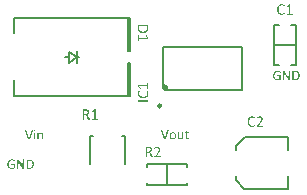
<source format=gto>
G04*
G04 #@! TF.GenerationSoftware,Altium Limited,Altium Designer,21.0.8 (223)*
G04*
G04 Layer_Color=65535*
%FSLAX44Y44*%
%MOMM*%
G71*
G04*
G04 #@! TF.SameCoordinates,C2A7A69F-71F9-4D7C-9BA5-24E23DD16346*
G04*
G04*
G04 #@! TF.FilePolarity,Positive*
G04*
G01*
G75*
%ADD10C,0.2500*%
%ADD11C,0.2000*%
%ADD12C,0.1500*%
G36*
X887250Y843500D02*
X886500Y846500D01*
X888000D01*
X891000Y843500D01*
Y841500D01*
X887250Y843500D01*
D02*
G37*
G36*
X984175Y858068D02*
X984309D01*
X984443Y858054D01*
X984740Y857994D01*
X984755D01*
X984814Y857979D01*
X984889Y857964D01*
X984978Y857950D01*
X985216Y857890D01*
X985453Y857816D01*
X985468D01*
X985513Y857801D01*
X985557Y857771D01*
X985632Y857741D01*
X985810Y857667D01*
X985973Y857578D01*
X985988D01*
X986003Y857563D01*
X986092Y857504D01*
X986181Y857444D01*
X986256Y857385D01*
X986271Y857370D01*
X986300Y857340D01*
X986330Y857281D01*
X986360Y857207D01*
X986375Y857192D01*
X986389Y857132D01*
X986404Y857028D01*
Y856895D01*
Y856880D01*
Y856835D01*
Y856776D01*
X986389Y856701D01*
Y856687D01*
X986375Y856657D01*
X986345Y856553D01*
Y856538D01*
X986330Y856523D01*
X986285Y856464D01*
X986271D01*
X986211Y856449D01*
X986196D01*
X986152Y856464D01*
X986077Y856493D01*
X985958Y856553D01*
X985929Y856568D01*
X985840Y856627D01*
X985691Y856716D01*
X985498Y856805D01*
X985483D01*
X985453Y856835D01*
X985394Y856865D01*
X985305Y856895D01*
X985201Y856939D01*
X985097Y856984D01*
X984963Y857028D01*
X984814Y857073D01*
X984799D01*
X984740Y857088D01*
X984666Y857117D01*
X984547Y857132D01*
X984413Y857162D01*
X984250Y857177D01*
X984071Y857192D01*
X983774D01*
X983641Y857177D01*
X983492Y857162D01*
X983299Y857132D01*
X983105Y857088D01*
X982897Y857028D01*
X982704Y856954D01*
X982690Y856939D01*
X982615Y856909D01*
X982526Y856850D01*
X982407Y856776D01*
X982273Y856687D01*
X982125Y856568D01*
X981976Y856434D01*
X981828Y856285D01*
X981813Y856271D01*
X981768Y856211D01*
X981709Y856122D01*
X981620Y856003D01*
X981531Y855854D01*
X981441Y855691D01*
X981352Y855498D01*
X981278Y855290D01*
Y855260D01*
X981248Y855186D01*
X981218Y855067D01*
X981189Y854918D01*
X981159Y854725D01*
X981129Y854517D01*
X981114Y854294D01*
X981100Y854042D01*
Y854027D01*
Y854012D01*
Y853967D01*
Y853908D01*
X981114Y853774D01*
X981129Y853596D01*
X981144Y853373D01*
X981189Y853150D01*
X981233Y852912D01*
X981308Y852690D01*
X981322Y852660D01*
X981352Y852600D01*
X981397Y852482D01*
X981456Y852348D01*
X981545Y852199D01*
X981635Y852036D01*
X981753Y851872D01*
X981887Y851709D01*
X981902Y851694D01*
X981946Y851649D01*
X982036Y851575D01*
X982140Y851486D01*
X982259Y851382D01*
X982407Y851278D01*
X982586Y851189D01*
X982764Y851100D01*
X982794Y851085D01*
X982853Y851070D01*
X982957Y851040D01*
X983105Y851010D01*
X983269Y850966D01*
X983462Y850936D01*
X983685Y850921D01*
X983908Y850906D01*
X984042D01*
X984131Y850921D01*
X984250D01*
X984369Y850936D01*
X984636Y850981D01*
X984651D01*
X984695Y850996D01*
X984770Y851025D01*
X984874Y851055D01*
X984978Y851085D01*
X985097Y851129D01*
X985349Y851248D01*
Y853551D01*
X983492D01*
X983447Y853566D01*
X983403Y853596D01*
X983358Y853641D01*
Y853655D01*
X983343Y853715D01*
X983328Y853819D01*
X983314Y853967D01*
Y853982D01*
Y854042D01*
Y854101D01*
Y854161D01*
Y854175D01*
X983328Y854205D01*
X983343Y854250D01*
X983358Y854294D01*
Y854309D01*
X983373Y854324D01*
X983418Y854383D01*
X983432D01*
X983447Y854398D01*
X983507Y854413D01*
X986062D01*
X986137Y854383D01*
X986152D01*
X986181Y854369D01*
X986256Y854309D01*
X986271Y854294D01*
X986285Y854279D01*
X986315Y854235D01*
X986345Y854175D01*
X986360Y854161D01*
X986375Y854116D01*
X986389Y854056D01*
Y853982D01*
Y850981D01*
Y850951D01*
Y850891D01*
X986360Y850802D01*
X986330Y850713D01*
X986315Y850698D01*
X986285Y850639D01*
X986211Y850580D01*
X986092Y850505D01*
X986077D01*
X986062Y850490D01*
X986018Y850475D01*
X985973Y850446D01*
X985825Y850386D01*
X985632Y850312D01*
X985617D01*
X985587Y850297D01*
X985527Y850282D01*
X985468Y850253D01*
X985275Y850193D01*
X985067Y850134D01*
X985052D01*
X985022Y850119D01*
X984963D01*
X984874Y850104D01*
X984681Y850074D01*
X984458Y850045D01*
X984413D01*
X984354Y850030D01*
X984279D01*
X984086Y850015D01*
X983863Y850000D01*
X983715D01*
X983626Y850015D01*
X983536D01*
X983314Y850030D01*
X983061Y850074D01*
X982779Y850119D01*
X982496Y850193D01*
X982214Y850282D01*
X982199D01*
X982184Y850297D01*
X982095Y850342D01*
X981961Y850401D01*
X981798Y850490D01*
X981605Y850609D01*
X981412Y850743D01*
X981204Y850906D01*
X981010Y851085D01*
X980995Y851114D01*
X980936Y851174D01*
X980847Y851293D01*
X980728Y851441D01*
X980609Y851620D01*
X980490Y851828D01*
X980357Y852065D01*
X980253Y852333D01*
Y852348D01*
X980238Y852363D01*
X980223Y852407D01*
X980208Y852467D01*
X980178Y852615D01*
X980134Y852808D01*
X980074Y853046D01*
X980045Y853328D01*
X980015Y853641D01*
X980000Y853967D01*
Y853982D01*
Y854012D01*
Y854056D01*
Y854131D01*
X980015Y854205D01*
Y854309D01*
X980030Y854532D01*
X980074Y854799D01*
X980119Y855082D01*
X980193Y855364D01*
X980282Y855661D01*
Y855676D01*
X980297Y855691D01*
X980312Y855736D01*
X980342Y855795D01*
X980401Y855929D01*
X980490Y856107D01*
X980594Y856315D01*
X980728Y856523D01*
X980891Y856746D01*
X981070Y856954D01*
X981100Y856984D01*
X981159Y857043D01*
X981278Y857132D01*
X981426Y857266D01*
X981605Y857400D01*
X981813Y857533D01*
X982050Y857667D01*
X982303Y857786D01*
X982318D01*
X982333Y857801D01*
X982377Y857816D01*
X982437Y857831D01*
X982586Y857875D01*
X982779Y857935D01*
X983016Y857994D01*
X983284Y858039D01*
X983581Y858068D01*
X983908Y858083D01*
X984071D01*
X984175Y858068D01*
D02*
G37*
G36*
X994027Y857979D02*
X994042D01*
X994086Y857964D01*
X994146Y857950D01*
X994190Y857935D01*
X994205D01*
X994220Y857920D01*
X994279Y857860D01*
X994294Y857846D01*
X994309Y857786D01*
Y850535D01*
Y850520D01*
Y850461D01*
X994294Y850401D01*
X994265Y850327D01*
X994250Y850312D01*
X994235Y850282D01*
X994146Y850178D01*
X994131D01*
X994101Y850149D01*
X994057Y850134D01*
X993997Y850104D01*
X993953D01*
X993849Y850089D01*
X993403D01*
X993314Y850104D01*
X993210Y850119D01*
X993195D01*
X993135Y850149D01*
X993061Y850178D01*
X992972Y850238D01*
X992957Y850253D01*
X992913Y850297D01*
X992838Y850371D01*
X992764Y850475D01*
Y850490D01*
X992749Y850505D01*
X992690Y850594D01*
X992615Y850713D01*
X992526Y850877D01*
X990104Y855349D01*
X990089Y855364D01*
X990074Y855409D01*
X990045Y855483D01*
X989985Y855572D01*
X989941Y855676D01*
X989866Y855795D01*
X989733Y856062D01*
X989718Y856077D01*
X989703Y856122D01*
X989658Y856211D01*
X989614Y856300D01*
X989554Y856419D01*
X989495Y856538D01*
X989376Y856805D01*
X989361D01*
Y856791D01*
Y856731D01*
Y856642D01*
X989376Y856538D01*
Y856404D01*
Y856241D01*
Y855914D01*
Y855899D01*
Y855840D01*
Y855750D01*
X989391Y855632D01*
Y855498D01*
Y855349D01*
Y855007D01*
Y850267D01*
Y850238D01*
X989361Y850178D01*
X989346Y850149D01*
X989272Y850119D01*
X989257D01*
X989227Y850104D01*
X989183D01*
X989109Y850089D01*
X989049D01*
X988960Y850074D01*
X988692D01*
X988603Y850089D01*
X988588D01*
X988559Y850104D01*
X988455Y850119D01*
X988440D01*
X988425Y850134D01*
X988366Y850178D01*
Y850193D01*
Y850208D01*
X988351Y850267D01*
Y857519D01*
Y857533D01*
Y857563D01*
X988366Y857652D01*
X988410Y857771D01*
X988484Y857875D01*
X988514Y857890D01*
X988574Y857935D01*
X988663Y857964D01*
X988782Y857979D01*
X989406D01*
X989495Y857964D01*
X989599Y857935D01*
X989614D01*
X989673Y857905D01*
X989733Y857875D01*
X989807Y857831D01*
X989822Y857816D01*
X989866Y857786D01*
X989926Y857727D01*
X990000Y857637D01*
X990015Y857623D01*
X990060Y857563D01*
X990119Y857459D01*
X990193Y857340D01*
X992051Y853878D01*
X992066Y853863D01*
X992080Y853819D01*
X992110Y853759D01*
X992155Y853685D01*
X992259Y853477D01*
X992377Y853254D01*
X992392Y853239D01*
X992407Y853210D01*
X992437Y853150D01*
X992482Y853076D01*
X992586Y852883D01*
X992690Y852660D01*
Y852645D01*
X992719Y852615D01*
X992749Y852556D01*
X992779Y852482D01*
X992883Y852303D01*
X992987Y852095D01*
Y852080D01*
X993017Y852050D01*
X993046Y851991D01*
X993076Y851917D01*
X993165Y851739D01*
X993269Y851531D01*
X993284D01*
Y851545D01*
Y851620D01*
Y851709D01*
Y851828D01*
X993269Y851976D01*
Y852155D01*
Y852526D01*
Y852556D01*
Y852615D01*
Y852719D01*
Y852853D01*
Y853001D01*
Y853165D01*
Y853522D01*
Y857786D01*
Y857801D01*
Y857816D01*
X993284Y857860D01*
Y857875D01*
X993314Y857890D01*
X993373Y857935D01*
X993388D01*
X993418Y857950D01*
X993462Y857964D01*
X993522Y857979D01*
X993537D01*
X993596Y857994D01*
X993953D01*
X994027Y857979D01*
D02*
G37*
G36*
X998826Y857964D02*
X998930D01*
X999168Y857950D01*
X999450Y857920D01*
X999733Y857860D01*
X1000030Y857801D01*
X1000297Y857712D01*
X1000312D01*
X1000327Y857697D01*
X1000416Y857667D01*
X1000550Y857608D01*
X1000713Y857519D01*
X1000907Y857400D01*
X1001100Y857281D01*
X1001293Y857117D01*
X1001486Y856939D01*
X1001501Y856924D01*
X1001560Y856850D01*
X1001650Y856746D01*
X1001754Y856612D01*
X1001872Y856434D01*
X1001991Y856226D01*
X1002110Y855988D01*
X1002214Y855736D01*
Y855721D01*
X1002229Y855706D01*
X1002244Y855661D01*
X1002259Y855617D01*
X1002289Y855468D01*
X1002348Y855275D01*
X1002393Y855037D01*
X1002422Y854770D01*
X1002452Y854473D01*
X1002467Y854146D01*
Y854131D01*
Y854101D01*
Y854042D01*
Y853967D01*
X1002452Y853878D01*
Y853789D01*
X1002437Y853536D01*
X1002407Y853254D01*
X1002348Y852957D01*
X1002289Y852660D01*
X1002199Y852363D01*
Y852348D01*
X1002185Y852333D01*
X1002155Y852244D01*
X1002095Y852095D01*
X1002006Y851917D01*
X1001887Y851724D01*
X1001768Y851516D01*
X1001605Y851293D01*
X1001427Y851100D01*
X1001412Y851085D01*
X1001338Y851010D01*
X1001234Y850921D01*
X1001085Y850817D01*
X1000907Y850698D01*
X1000699Y850565D01*
X1000461Y850446D01*
X1000193Y850342D01*
X1000179D01*
X1000164Y850327D01*
X1000119D01*
X1000060Y850312D01*
X999911Y850267D01*
X999703Y850223D01*
X999450Y850178D01*
X999153Y850149D01*
X998826Y850119D01*
X998455Y850104D01*
X996761D01*
X996702Y850119D01*
X996612Y850149D01*
X996523Y850193D01*
X996508Y850208D01*
X996464Y850267D01*
X996419Y850371D01*
X996404Y850520D01*
Y857548D01*
Y857563D01*
Y857593D01*
X996419Y857682D01*
X996449Y857786D01*
X996523Y857875D01*
X996538Y857890D01*
X996598Y857935D01*
X996687Y857964D01*
X996791Y857979D01*
X998752D01*
X998826Y857964D01*
D02*
G37*
G36*
X891389Y808024D02*
X891479Y808009D01*
X891493D01*
X891538Y807994D01*
X891597Y807979D01*
X891627Y807950D01*
X891642Y807920D01*
X891657Y807890D01*
Y807831D01*
Y807816D01*
Y807771D01*
X891627Y807712D01*
X891597Y807623D01*
X889042Y800297D01*
Y800282D01*
X889027Y800267D01*
X888967Y800193D01*
X888952D01*
X888938Y800163D01*
X888848Y800134D01*
X888834D01*
X888804Y800119D01*
X888730D01*
X888655Y800104D01*
X888566D01*
X888477Y800089D01*
X888180D01*
X888105Y800104D01*
X888046D01*
X887942Y800119D01*
X887897D01*
X887808Y800134D01*
X887779Y800149D01*
X887719Y800163D01*
X887704Y800178D01*
X887660Y800223D01*
X887645Y800253D01*
X887630Y800312D01*
X885059Y807623D01*
Y807652D01*
X885030Y807697D01*
X885015Y807771D01*
X885000Y807831D01*
Y807846D01*
X885015Y807875D01*
X885030Y807920D01*
X885059Y807964D01*
X885074Y807979D01*
X885104Y807994D01*
X885163Y808009D01*
X885238Y808024D01*
X885267D01*
X885327Y808039D01*
X885743D01*
X885832Y808024D01*
X885847D01*
X885891Y808009D01*
X885936Y807994D01*
X885981Y807979D01*
X885996D01*
X886010Y807964D01*
X886070Y807920D01*
X886085Y807905D01*
X886129Y807831D01*
X888388Y801189D01*
X888403D01*
X890587Y807816D01*
Y807831D01*
X890602Y807846D01*
X890632Y807920D01*
Y807935D01*
X890661Y807950D01*
X890721Y807979D01*
X890736D01*
X890765Y807994D01*
X890810Y808009D01*
X890884Y808024D01*
X890899D01*
X890973Y808039D01*
X891285D01*
X891389Y808024D01*
D02*
G37*
G36*
X903797Y805929D02*
X903811D01*
X903856Y805914D01*
X903915Y805899D01*
X903960Y805884D01*
X903975D01*
X903990Y805869D01*
X904049Y805825D01*
X904064Y805810D01*
X904079Y805750D01*
Y800267D01*
Y800238D01*
X904049Y800178D01*
X904034Y800163D01*
X904019Y800149D01*
X903975Y800134D01*
X903960D01*
X903930Y800119D01*
X903886D01*
X903826Y800104D01*
X903767D01*
X903708Y800089D01*
X903455D01*
X903381Y800104D01*
X903366D01*
X903336Y800119D01*
X903291D01*
X903247Y800134D01*
X903217Y800149D01*
X903173Y800178D01*
Y800193D01*
Y800208D01*
X903158Y800267D01*
Y800996D01*
X903143Y800966D01*
X903083Y800906D01*
X902979Y800817D01*
X902860Y800713D01*
X902727Y800580D01*
X902563Y800461D01*
X902400Y800342D01*
X902222Y800238D01*
X902207Y800223D01*
X902147Y800208D01*
X902058Y800163D01*
X901939Y800119D01*
X901805Y800074D01*
X901642Y800045D01*
X901479Y800015D01*
X901300Y800000D01*
X901211D01*
X901107Y800015D01*
X900988Y800030D01*
X900840Y800045D01*
X900691Y800074D01*
X900528Y800119D01*
X900379Y800178D01*
X900364Y800193D01*
X900320Y800208D01*
X900245Y800253D01*
X900171Y800312D01*
X899963Y800461D01*
X899770Y800669D01*
X899755Y800684D01*
X899740Y800728D01*
X899696Y800788D01*
X899651Y800877D01*
X899592Y800981D01*
X899532Y801114D01*
X899443Y801397D01*
Y801412D01*
X899428Y801471D01*
X899413Y801560D01*
X899398Y801694D01*
X899383Y801842D01*
X899369Y802006D01*
X899354Y802214D01*
Y802422D01*
Y805750D01*
Y805765D01*
Y805780D01*
X899369Y805825D01*
Y805840D01*
X899383Y805854D01*
X899413Y805869D01*
X899443Y805884D01*
X899458D01*
X899488Y805899D01*
X899547Y805914D01*
X899606Y805929D01*
X899621D01*
X899681Y805944D01*
X900008D01*
X900082Y805929D01*
X900097D01*
X900141Y805914D01*
X900201Y805899D01*
X900245Y805884D01*
X900260D01*
X900275Y805869D01*
X900334Y805825D01*
X900349Y805810D01*
X900364Y805750D01*
Y802556D01*
Y802541D01*
Y802482D01*
Y802392D01*
X900379Y802273D01*
X900394Y802021D01*
X900409Y801887D01*
X900424Y801768D01*
Y801753D01*
X900439Y801724D01*
X900453Y801664D01*
X900483Y801605D01*
X900543Y801441D01*
X900632Y801278D01*
Y801263D01*
X900661Y801248D01*
X900736Y801174D01*
X900855Y801070D01*
X901003Y800966D01*
X901018D01*
X901048Y800951D01*
X901092Y800936D01*
X901152Y800921D01*
X901315Y800877D01*
X901508Y800862D01*
X901568D01*
X901657Y800877D01*
X901746Y800891D01*
X901865Y800921D01*
X901999Y800981D01*
X902132Y801040D01*
X902266Y801129D01*
X902281Y801144D01*
X902326Y801174D01*
X902400Y801248D01*
X902504Y801322D01*
X902623Y801441D01*
X902757Y801575D01*
X902905Y801739D01*
X903069Y801917D01*
Y805750D01*
Y805765D01*
Y805780D01*
X903083Y805825D01*
Y805840D01*
X903098Y805854D01*
X903128Y805869D01*
X903158Y805884D01*
X903173D01*
X903202Y805899D01*
X903262Y805914D01*
X903321Y805929D01*
X903336D01*
X903381Y805944D01*
X903722D01*
X903797Y805929D01*
D02*
G37*
G36*
X906917Y807400D02*
X906932D01*
X906976Y807385D01*
X907021Y807370D01*
X907066Y807355D01*
X907081D01*
X907095Y807340D01*
X907155Y807281D01*
X907170Y807266D01*
X907185Y807207D01*
Y805914D01*
X908611D01*
X908655Y805884D01*
X908670D01*
X908685Y805869D01*
X908700Y805854D01*
X908730Y805810D01*
Y805795D01*
X908745Y805780D01*
X908760Y805736D01*
X908774Y805676D01*
Y805661D01*
X908789Y805632D01*
Y805557D01*
Y805483D01*
Y805468D01*
Y805453D01*
Y805364D01*
X908760Y805260D01*
X908730Y805171D01*
X908715Y805156D01*
X908685Y805126D01*
X908641Y805097D01*
X908581Y805082D01*
X907185D01*
Y802021D01*
Y801991D01*
Y801932D01*
X907199Y801828D01*
Y801694D01*
X907259Y801412D01*
X907289Y801278D01*
X907348Y801159D01*
X907363Y801144D01*
X907378Y801114D01*
X907422Y801070D01*
X907482Y801025D01*
X907571Y800966D01*
X907675Y800921D01*
X907794Y800891D01*
X907942Y800877D01*
X908106D01*
X908180Y800891D01*
X908195D01*
X908254Y800906D01*
X908314Y800936D01*
X908388Y800951D01*
X908403D01*
X908447Y800966D01*
X908537Y801010D01*
X908551D01*
X908566Y801025D01*
X908641Y801040D01*
X908655D01*
X908700Y801025D01*
X908715Y801010D01*
X908745Y800966D01*
Y800951D01*
X908760Y800936D01*
X908774Y800847D01*
Y800832D01*
X908789Y800802D01*
Y800743D01*
Y800669D01*
Y800639D01*
Y800565D01*
X908774Y800475D01*
X908760Y800386D01*
Y800371D01*
X908745Y800327D01*
X908715Y800267D01*
X908685Y800223D01*
X908670D01*
X908655Y800193D01*
X908611Y800178D01*
X908537Y800149D01*
X908522D01*
X908477Y800134D01*
X908403Y800119D01*
X908314Y800089D01*
X908299D01*
X908240Y800074D01*
X908150Y800059D01*
X908046Y800045D01*
X908017D01*
X907957Y800030D01*
X907868Y800015D01*
X907615D01*
X907511Y800030D01*
X907289Y800059D01*
X907036Y800119D01*
X907021D01*
X906991Y800149D01*
X906932Y800163D01*
X906858Y800208D01*
X906694Y800312D01*
X906531Y800461D01*
X906516Y800475D01*
X906501Y800505D01*
X906471Y800550D01*
X906427Y800624D01*
X906382Y800698D01*
X906338Y800802D01*
X906248Y801040D01*
Y801055D01*
X906234Y801100D01*
X906219Y801174D01*
Y801278D01*
X906204Y801397D01*
X906189Y801545D01*
X906174Y801694D01*
Y801872D01*
Y805082D01*
X905387D01*
X905357Y805097D01*
X905297Y805126D01*
X905253Y805171D01*
Y805186D01*
X905238Y805245D01*
X905223Y805349D01*
X905208Y805483D01*
Y805498D01*
Y805557D01*
Y805617D01*
X905223Y805676D01*
Y805691D01*
X905238Y805721D01*
Y805765D01*
X905253Y805810D01*
Y805825D01*
X905268Y805840D01*
X905297Y805869D01*
X905312Y805884D01*
X905327D01*
X905342Y805899D01*
X905401Y805914D01*
X906174D01*
Y807207D01*
Y807222D01*
Y807236D01*
X906189Y807281D01*
Y807296D01*
X906204Y807311D01*
X906234Y807326D01*
X906263Y807355D01*
X906278D01*
X906308Y807370D01*
X906352Y807385D01*
X906412Y807400D01*
X906427D01*
X906486Y807415D01*
X906843D01*
X906917Y807400D01*
D02*
G37*
G36*
X895461Y806003D02*
X895624Y805988D01*
X895803Y805973D01*
X895996Y805929D01*
X896204Y805884D01*
X896397Y805810D01*
X896427Y805795D01*
X896486Y805765D01*
X896575Y805721D01*
X896694Y805661D01*
X896828Y805572D01*
X896962Y805468D01*
X897095Y805349D01*
X897229Y805216D01*
X897244Y805201D01*
X897288Y805156D01*
X897348Y805067D01*
X897422Y804963D01*
X897496Y804829D01*
X897586Y804666D01*
X897660Y804487D01*
X897734Y804294D01*
X897749Y804265D01*
X897764Y804205D01*
X897794Y804086D01*
X897823Y803938D01*
X897853Y803759D01*
X897883Y803536D01*
X897913Y803314D01*
Y803061D01*
Y803031D01*
Y802942D01*
X897898Y802823D01*
Y802660D01*
X897868Y802467D01*
X897838Y802259D01*
X897794Y802050D01*
X897734Y801828D01*
X897719Y801798D01*
X897704Y801739D01*
X897660Y801635D01*
X897600Y801501D01*
X897526Y801337D01*
X897437Y801174D01*
X897318Y801010D01*
X897199Y800847D01*
X897184Y800832D01*
X897140Y800788D01*
X897066Y800713D01*
X896962Y800624D01*
X896843Y800520D01*
X896679Y800416D01*
X896516Y800312D01*
X896323Y800223D01*
X896293Y800208D01*
X896233Y800193D01*
X896115Y800149D01*
X895981Y800119D01*
X895803Y800074D01*
X895594Y800030D01*
X895357Y800015D01*
X895104Y800000D01*
X894985D01*
X894866Y800015D01*
X894703Y800030D01*
X894510Y800045D01*
X894317Y800089D01*
X894109Y800134D01*
X893915Y800193D01*
X893901Y800208D01*
X893841Y800238D01*
X893737Y800282D01*
X893633Y800342D01*
X893499Y800431D01*
X893351Y800520D01*
X893217Y800639D01*
X893083Y800773D01*
X893068Y800788D01*
X893024Y800847D01*
X892964Y800921D01*
X892905Y801040D01*
X892816Y801174D01*
X892741Y801337D01*
X892667Y801516D01*
X892593Y801709D01*
Y801739D01*
X892563Y801813D01*
X892548Y801917D01*
X892519Y802065D01*
X892489Y802259D01*
X892459Y802467D01*
X892444Y802704D01*
X892430Y802957D01*
Y802972D01*
Y802987D01*
Y803076D01*
X892444Y803195D01*
Y803358D01*
X892474Y803551D01*
X892504Y803759D01*
X892533Y803967D01*
X892593Y804175D01*
X892608Y804205D01*
X892623Y804265D01*
X892667Y804369D01*
X892727Y804502D01*
X892801Y804666D01*
X892890Y804814D01*
X892994Y804978D01*
X893113Y805141D01*
X893128Y805156D01*
X893173Y805216D01*
X893247Y805290D01*
X893351Y805379D01*
X893484Y805483D01*
X893633Y805587D01*
X893796Y805691D01*
X893990Y805780D01*
X894019Y805795D01*
X894079Y805825D01*
X894198Y805854D01*
X894346Y805899D01*
X894525Y805944D01*
X894733Y805988D01*
X894970Y806003D01*
X895223Y806018D01*
X895342D01*
X895461Y806003D01*
D02*
G37*
G36*
X759175Y783068D02*
X759309D01*
X759443Y783054D01*
X759740Y782994D01*
X759755D01*
X759814Y782979D01*
X759889Y782964D01*
X759978Y782950D01*
X760216Y782890D01*
X760453Y782816D01*
X760468D01*
X760513Y782801D01*
X760557Y782771D01*
X760631Y782741D01*
X760810Y782667D01*
X760973Y782578D01*
X760988D01*
X761003Y782563D01*
X761092Y782504D01*
X761181Y782444D01*
X761256Y782385D01*
X761271Y782370D01*
X761300Y782340D01*
X761330Y782281D01*
X761360Y782207D01*
X761375Y782192D01*
X761389Y782132D01*
X761404Y782028D01*
Y781895D01*
Y781880D01*
Y781835D01*
Y781776D01*
X761389Y781701D01*
Y781686D01*
X761375Y781657D01*
X761345Y781553D01*
Y781538D01*
X761330Y781523D01*
X761285Y781464D01*
X761271D01*
X761211Y781449D01*
X761196D01*
X761152Y781464D01*
X761077Y781493D01*
X760958Y781553D01*
X760929Y781568D01*
X760840Y781627D01*
X760691Y781716D01*
X760498Y781805D01*
X760483D01*
X760453Y781835D01*
X760394Y781865D01*
X760305Y781895D01*
X760201Y781939D01*
X760097Y781984D01*
X759963Y782028D01*
X759814Y782073D01*
X759799D01*
X759740Y782088D01*
X759666Y782117D01*
X759547Y782132D01*
X759413Y782162D01*
X759250Y782177D01*
X759071Y782192D01*
X758774D01*
X758640Y782177D01*
X758492Y782162D01*
X758299Y782132D01*
X758105Y782088D01*
X757897Y782028D01*
X757704Y781954D01*
X757690Y781939D01*
X757615Y781909D01*
X757526Y781850D01*
X757407Y781776D01*
X757273Y781686D01*
X757125Y781568D01*
X756976Y781434D01*
X756828Y781285D01*
X756813Y781271D01*
X756768Y781211D01*
X756709Y781122D01*
X756620Y781003D01*
X756531Y780854D01*
X756441Y780691D01*
X756352Y780498D01*
X756278Y780290D01*
Y780260D01*
X756248Y780186D01*
X756218Y780067D01*
X756189Y779918D01*
X756159Y779725D01*
X756129Y779517D01*
X756114Y779294D01*
X756100Y779042D01*
Y779027D01*
Y779012D01*
Y778967D01*
Y778908D01*
X756114Y778774D01*
X756129Y778596D01*
X756144Y778373D01*
X756189Y778150D01*
X756233Y777912D01*
X756308Y777690D01*
X756322Y777660D01*
X756352Y777600D01*
X756397Y777482D01*
X756456Y777348D01*
X756545Y777199D01*
X756635Y777036D01*
X756753Y776872D01*
X756887Y776709D01*
X756902Y776694D01*
X756946Y776649D01*
X757036Y776575D01*
X757140Y776486D01*
X757259Y776382D01*
X757407Y776278D01*
X757586Y776189D01*
X757764Y776100D01*
X757794Y776085D01*
X757853Y776070D01*
X757957Y776040D01*
X758105Y776010D01*
X758269Y775966D01*
X758462Y775936D01*
X758685Y775921D01*
X758908Y775906D01*
X759042D01*
X759131Y775921D01*
X759250D01*
X759369Y775936D01*
X759636Y775981D01*
X759651D01*
X759695Y775996D01*
X759770Y776025D01*
X759874Y776055D01*
X759978Y776085D01*
X760097Y776129D01*
X760349Y776248D01*
Y778551D01*
X758492D01*
X758447Y778566D01*
X758403Y778596D01*
X758358Y778641D01*
Y778655D01*
X758343Y778715D01*
X758328Y778819D01*
X758314Y778967D01*
Y778982D01*
Y779042D01*
Y779101D01*
Y779161D01*
Y779175D01*
X758328Y779205D01*
X758343Y779250D01*
X758358Y779294D01*
Y779309D01*
X758373Y779324D01*
X758418Y779383D01*
X758432D01*
X758447Y779398D01*
X758507Y779413D01*
X761062D01*
X761137Y779383D01*
X761152D01*
X761181Y779369D01*
X761256Y779309D01*
X761271Y779294D01*
X761285Y779279D01*
X761315Y779235D01*
X761345Y779175D01*
X761360Y779161D01*
X761375Y779116D01*
X761389Y779056D01*
Y778982D01*
Y775981D01*
Y775951D01*
Y775891D01*
X761360Y775802D01*
X761330Y775713D01*
X761315Y775698D01*
X761285Y775639D01*
X761211Y775580D01*
X761092Y775505D01*
X761077D01*
X761062Y775490D01*
X761018Y775475D01*
X760973Y775446D01*
X760825Y775386D01*
X760631Y775312D01*
X760617D01*
X760587Y775297D01*
X760527Y775282D01*
X760468Y775253D01*
X760275Y775193D01*
X760067Y775134D01*
X760052D01*
X760022Y775119D01*
X759963D01*
X759874Y775104D01*
X759681Y775074D01*
X759458Y775045D01*
X759413D01*
X759354Y775030D01*
X759279D01*
X759086Y775015D01*
X758863Y775000D01*
X758715D01*
X758626Y775015D01*
X758536D01*
X758314Y775030D01*
X758061Y775074D01*
X757779Y775119D01*
X757496Y775193D01*
X757214Y775282D01*
X757199D01*
X757184Y775297D01*
X757095Y775342D01*
X756961Y775401D01*
X756798Y775490D01*
X756605Y775609D01*
X756412Y775743D01*
X756204Y775906D01*
X756010Y776085D01*
X755995Y776114D01*
X755936Y776174D01*
X755847Y776293D01*
X755728Y776441D01*
X755609Y776620D01*
X755490Y776828D01*
X755357Y777065D01*
X755253Y777333D01*
Y777348D01*
X755238Y777363D01*
X755223Y777407D01*
X755208Y777467D01*
X755178Y777615D01*
X755134Y777808D01*
X755074Y778046D01*
X755045Y778328D01*
X755015Y778641D01*
X755000Y778967D01*
Y778982D01*
Y779012D01*
Y779056D01*
Y779131D01*
X755015Y779205D01*
Y779309D01*
X755030Y779532D01*
X755074Y779799D01*
X755119Y780082D01*
X755193Y780364D01*
X755282Y780661D01*
Y780676D01*
X755297Y780691D01*
X755312Y780736D01*
X755342Y780795D01*
X755401Y780929D01*
X755490Y781107D01*
X755594Y781315D01*
X755728Y781523D01*
X755891Y781746D01*
X756070Y781954D01*
X756100Y781984D01*
X756159Y782043D01*
X756278Y782132D01*
X756426Y782266D01*
X756605Y782400D01*
X756813Y782533D01*
X757050Y782667D01*
X757303Y782786D01*
X757318D01*
X757333Y782801D01*
X757377Y782816D01*
X757437Y782831D01*
X757586Y782875D01*
X757779Y782935D01*
X758016Y782994D01*
X758284Y783039D01*
X758581Y783068D01*
X758908Y783083D01*
X759071D01*
X759175Y783068D01*
D02*
G37*
G36*
X769027Y782979D02*
X769042D01*
X769086Y782964D01*
X769146Y782950D01*
X769190Y782935D01*
X769205D01*
X769220Y782920D01*
X769279Y782860D01*
X769294Y782846D01*
X769309Y782786D01*
Y775535D01*
Y775520D01*
Y775461D01*
X769294Y775401D01*
X769265Y775327D01*
X769250Y775312D01*
X769235Y775282D01*
X769146Y775178D01*
X769131D01*
X769101Y775149D01*
X769057Y775134D01*
X768997Y775104D01*
X768953D01*
X768849Y775089D01*
X768403D01*
X768314Y775104D01*
X768210Y775119D01*
X768195D01*
X768135Y775149D01*
X768061Y775178D01*
X767972Y775238D01*
X767957Y775253D01*
X767913Y775297D01*
X767838Y775371D01*
X767764Y775475D01*
Y775490D01*
X767749Y775505D01*
X767690Y775594D01*
X767615Y775713D01*
X767526Y775877D01*
X765104Y780349D01*
X765089Y780364D01*
X765074Y780409D01*
X765045Y780483D01*
X764985Y780572D01*
X764941Y780676D01*
X764866Y780795D01*
X764733Y781062D01*
X764718Y781077D01*
X764703Y781122D01*
X764658Y781211D01*
X764614Y781300D01*
X764554Y781419D01*
X764495Y781538D01*
X764376Y781805D01*
X764361D01*
Y781791D01*
Y781731D01*
Y781642D01*
X764376Y781538D01*
Y781404D01*
Y781241D01*
Y780914D01*
Y780899D01*
Y780840D01*
Y780750D01*
X764391Y780632D01*
Y780498D01*
Y780349D01*
Y780007D01*
Y775267D01*
Y775238D01*
X764361Y775178D01*
X764346Y775149D01*
X764272Y775119D01*
X764257D01*
X764227Y775104D01*
X764183D01*
X764109Y775089D01*
X764049D01*
X763960Y775074D01*
X763692D01*
X763603Y775089D01*
X763588D01*
X763559Y775104D01*
X763455Y775119D01*
X763440D01*
X763425Y775134D01*
X763366Y775178D01*
Y775193D01*
Y775208D01*
X763351Y775267D01*
Y782519D01*
Y782533D01*
Y782563D01*
X763366Y782652D01*
X763410Y782771D01*
X763484Y782875D01*
X763514Y782890D01*
X763574Y782935D01*
X763663Y782964D01*
X763782Y782979D01*
X764406D01*
X764495Y782964D01*
X764599Y782935D01*
X764614D01*
X764673Y782905D01*
X764733Y782875D01*
X764807Y782831D01*
X764822Y782816D01*
X764866Y782786D01*
X764926Y782727D01*
X765000Y782637D01*
X765015Y782623D01*
X765060Y782563D01*
X765119Y782459D01*
X765193Y782340D01*
X767051Y778878D01*
X767066Y778863D01*
X767080Y778819D01*
X767110Y778759D01*
X767155Y778685D01*
X767259Y778477D01*
X767377Y778254D01*
X767392Y778239D01*
X767407Y778210D01*
X767437Y778150D01*
X767482Y778076D01*
X767586Y777883D01*
X767690Y777660D01*
Y777645D01*
X767719Y777615D01*
X767749Y777556D01*
X767779Y777482D01*
X767883Y777303D01*
X767987Y777095D01*
Y777080D01*
X768017Y777050D01*
X768046Y776991D01*
X768076Y776917D01*
X768165Y776739D01*
X768269Y776531D01*
X768284D01*
Y776545D01*
Y776620D01*
Y776709D01*
Y776828D01*
X768269Y776976D01*
Y777155D01*
Y777526D01*
Y777556D01*
Y777615D01*
Y777719D01*
Y777853D01*
Y778001D01*
Y778165D01*
Y778522D01*
Y782786D01*
Y782801D01*
Y782816D01*
X768284Y782860D01*
Y782875D01*
X768314Y782890D01*
X768373Y782935D01*
X768388D01*
X768418Y782950D01*
X768462Y782964D01*
X768522Y782979D01*
X768537D01*
X768596Y782994D01*
X768953D01*
X769027Y782979D01*
D02*
G37*
G36*
X773826Y782964D02*
X773930D01*
X774168Y782950D01*
X774450Y782920D01*
X774733Y782860D01*
X775030Y782801D01*
X775297Y782712D01*
X775312D01*
X775327Y782697D01*
X775416Y782667D01*
X775550Y782608D01*
X775713Y782519D01*
X775907Y782400D01*
X776100Y782281D01*
X776293Y782117D01*
X776486Y781939D01*
X776501Y781924D01*
X776560Y781850D01*
X776650Y781746D01*
X776754Y781612D01*
X776872Y781434D01*
X776991Y781226D01*
X777110Y780988D01*
X777214Y780736D01*
Y780721D01*
X777229Y780706D01*
X777244Y780661D01*
X777259Y780617D01*
X777289Y780468D01*
X777348Y780275D01*
X777393Y780037D01*
X777422Y779770D01*
X777452Y779473D01*
X777467Y779146D01*
Y779131D01*
Y779101D01*
Y779042D01*
Y778967D01*
X777452Y778878D01*
Y778789D01*
X777437Y778536D01*
X777407Y778254D01*
X777348Y777957D01*
X777289Y777660D01*
X777199Y777363D01*
Y777348D01*
X777185Y777333D01*
X777155Y777244D01*
X777095Y777095D01*
X777006Y776917D01*
X776887Y776724D01*
X776768Y776516D01*
X776605Y776293D01*
X776427Y776100D01*
X776412Y776085D01*
X776338Y776010D01*
X776234Y775921D01*
X776085Y775817D01*
X775907Y775698D01*
X775699Y775565D01*
X775461Y775446D01*
X775193Y775342D01*
X775179D01*
X775164Y775327D01*
X775119D01*
X775060Y775312D01*
X774911Y775267D01*
X774703Y775223D01*
X774450Y775178D01*
X774153Y775149D01*
X773826Y775119D01*
X773455Y775104D01*
X771761D01*
X771702Y775119D01*
X771612Y775149D01*
X771523Y775193D01*
X771508Y775208D01*
X771464Y775267D01*
X771419Y775371D01*
X771404Y775520D01*
Y782548D01*
Y782563D01*
Y782593D01*
X771419Y782682D01*
X771449Y782786D01*
X771523Y782875D01*
X771538Y782890D01*
X771598Y782935D01*
X771687Y782964D01*
X771791Y782979D01*
X773752D01*
X773826Y782964D01*
D02*
G37*
G36*
X778383Y807974D02*
X778544Y807930D01*
X778617Y807900D01*
X778676Y807857D01*
X778690Y807827D01*
X778720Y807798D01*
X778749Y807754D01*
X778764Y807696D01*
X778793Y807608D01*
X778808Y807505D01*
Y807388D01*
Y807374D01*
Y807330D01*
Y807271D01*
X778793Y807198D01*
X778749Y807052D01*
X778705Y806979D01*
X778661Y806920D01*
X778632Y806906D01*
X778603Y806891D01*
X778559Y806862D01*
X778486Y806847D01*
X778398Y806818D01*
X778295Y806803D01*
X778061D01*
X777988Y806818D01*
X777827Y806847D01*
X777754Y806876D01*
X777696Y806920D01*
X777681Y806949D01*
X777666Y806979D01*
X777637Y807023D01*
X777622Y807081D01*
X777593Y807169D01*
X777579Y807271D01*
Y807388D01*
Y807403D01*
Y807447D01*
X777593Y807505D01*
Y807579D01*
X777637Y807725D01*
X777666Y807798D01*
X777710Y807857D01*
X777739Y807871D01*
X777769Y807900D01*
X777827Y807930D01*
X777886Y807944D01*
X777974Y807974D01*
X778076Y807988D01*
X778310D01*
X778383Y807974D01*
D02*
G37*
G36*
X783416Y805823D02*
X783548Y805808D01*
X783679Y805794D01*
X783840Y805764D01*
X783987Y805706D01*
X784133Y805647D01*
X784148Y805633D01*
X784192Y805618D01*
X784265Y805574D01*
X784338Y805516D01*
X784528Y805369D01*
X784718Y805164D01*
X784733Y805150D01*
X784762Y805106D01*
X784791Y805048D01*
X784850Y804960D01*
X784908Y804857D01*
X784952Y804740D01*
X785055Y804448D01*
Y804433D01*
X785069Y804374D01*
X785084Y804287D01*
X785113Y804170D01*
X785128Y804023D01*
X785143Y803862D01*
X785157Y803672D01*
Y803467D01*
Y800176D01*
Y800146D01*
X785128Y800088D01*
X785113Y800073D01*
X785040Y800044D01*
X785025D01*
X785011Y800029D01*
X784967D01*
X784894Y800015D01*
X784835D01*
X784762Y800000D01*
X784484D01*
X784396Y800015D01*
X784382D01*
X784352Y800029D01*
X784250Y800044D01*
X784221Y800059D01*
X784177Y800088D01*
Y800102D01*
Y800117D01*
X784162Y800176D01*
Y803321D01*
Y803336D01*
Y803394D01*
Y803482D01*
X784148Y803584D01*
X784133Y803833D01*
X784118Y803950D01*
X784089Y804067D01*
Y804082D01*
X784074Y804111D01*
X784060Y804170D01*
X784031Y804228D01*
X783972Y804389D01*
X783870Y804550D01*
Y804565D01*
X783840Y804579D01*
X783782Y804667D01*
X783665Y804770D01*
X783519Y804857D01*
X783504D01*
X783475Y804872D01*
X783431Y804901D01*
X783372Y804916D01*
X783211Y804960D01*
X783021Y804974D01*
X782962D01*
X782889Y804960D01*
X782787Y804945D01*
X782685Y804916D01*
X782553Y804857D01*
X782421Y804799D01*
X782275Y804711D01*
X782260Y804696D01*
X782216Y804667D01*
X782143Y804594D01*
X782041Y804521D01*
X781924Y804404D01*
X781807Y804272D01*
X781660Y804111D01*
X781514Y803936D01*
Y800176D01*
Y800146D01*
X781485Y800088D01*
X781470Y800073D01*
X781397Y800044D01*
X781383D01*
X781368Y800029D01*
X781324D01*
X781251Y800015D01*
X781192D01*
X781105Y800000D01*
X780841D01*
X780753Y800015D01*
X780739D01*
X780710Y800029D01*
X780607Y800044D01*
X780592D01*
X780578Y800059D01*
X780548Y800073D01*
X780534Y800088D01*
Y800102D01*
Y800117D01*
X780519Y800176D01*
Y805574D01*
Y805589D01*
Y805603D01*
X780534Y805647D01*
Y805662D01*
X780548Y805677D01*
X780592Y805706D01*
X780607D01*
X780636Y805721D01*
X780680Y805735D01*
X780739Y805750D01*
X780753D01*
X780797Y805764D01*
X781105D01*
X781178Y805750D01*
X781192D01*
X781221Y805735D01*
X781265Y805721D01*
X781309Y805706D01*
X781324D01*
X781339Y805691D01*
X781368Y805677D01*
X781383Y805647D01*
X781397Y805633D01*
X781412Y805574D01*
Y804857D01*
X781426Y804887D01*
X781485Y804945D01*
X781573Y805033D01*
X781690Y805150D01*
X781836Y805267D01*
X781982Y805384D01*
X782143Y805501D01*
X782319Y805603D01*
X782333Y805618D01*
X782392Y805647D01*
X782480Y805677D01*
X782597Y805721D01*
X782743Y805764D01*
X782889Y805808D01*
X783050Y805823D01*
X783226Y805837D01*
X783314D01*
X783416Y805823D01*
D02*
G37*
G36*
X776291Y807813D02*
X776379Y807798D01*
X776394D01*
X776437Y807783D01*
X776496Y807769D01*
X776525Y807739D01*
X776540Y807710D01*
X776554Y807681D01*
Y807622D01*
Y807608D01*
Y807564D01*
X776525Y807505D01*
X776496Y807418D01*
X773979Y800205D01*
Y800190D01*
X773965Y800176D01*
X773906Y800102D01*
X773892D01*
X773877Y800073D01*
X773789Y800044D01*
X773775D01*
X773745Y800029D01*
X773672D01*
X773599Y800015D01*
X773511D01*
X773423Y800000D01*
X773131D01*
X773058Y800015D01*
X772999D01*
X772897Y800029D01*
X772853D01*
X772765Y800044D01*
X772736Y800059D01*
X772677Y800073D01*
X772663Y800088D01*
X772619Y800132D01*
X772604Y800161D01*
X772590Y800219D01*
X770059Y807418D01*
Y807447D01*
X770029Y807491D01*
X770015Y807564D01*
X770000Y807622D01*
Y807637D01*
X770015Y807666D01*
X770029Y807710D01*
X770059Y807754D01*
X770073Y807769D01*
X770102Y807783D01*
X770161Y807798D01*
X770234Y807813D01*
X770263D01*
X770322Y807827D01*
X770732D01*
X770819Y807813D01*
X770834D01*
X770878Y807798D01*
X770922Y807783D01*
X770966Y807769D01*
X770980D01*
X770995Y807754D01*
X771053Y807710D01*
X771068Y807696D01*
X771112Y807622D01*
X773336Y801083D01*
X773350D01*
X775501Y807608D01*
Y807622D01*
X775516Y807637D01*
X775545Y807710D01*
Y807725D01*
X775574Y807739D01*
X775633Y807769D01*
X775647D01*
X775677Y807783D01*
X775721Y807798D01*
X775794Y807813D01*
X775808D01*
X775881Y807827D01*
X776189D01*
X776291Y807813D01*
D02*
G37*
G36*
X778427Y805750D02*
X778442D01*
X778486Y805735D01*
X778530Y805721D01*
X778573Y805706D01*
X778588D01*
X778603Y805691D01*
X778661Y805647D01*
X778676Y805633D01*
X778690Y805574D01*
Y800176D01*
Y800146D01*
X778661Y800088D01*
X778647Y800073D01*
X778573Y800044D01*
X778559D01*
X778544Y800029D01*
X778500D01*
X778427Y800015D01*
X778369D01*
X778281Y800000D01*
X778018D01*
X777930Y800015D01*
X777915D01*
X777886Y800029D01*
X777783Y800044D01*
X777769D01*
X777754Y800059D01*
X777725Y800073D01*
X777710Y800088D01*
Y800102D01*
Y800117D01*
X777696Y800176D01*
Y805574D01*
Y805589D01*
Y805603D01*
X777710Y805647D01*
Y805662D01*
X777725Y805677D01*
X777754Y805691D01*
X777783Y805706D01*
X777798D01*
X777827Y805721D01*
X777871Y805735D01*
X777930Y805750D01*
X777944D01*
X778003Y805764D01*
X778354D01*
X778427Y805750D01*
D02*
G37*
G36*
X962562Y819487D02*
X962794Y819470D01*
X963059Y819420D01*
X963076D01*
X963126Y819404D01*
X963192Y819387D01*
X963275Y819370D01*
X963491Y819321D01*
X963723Y819238D01*
X963739D01*
X963773Y819221D01*
X963839Y819205D01*
X963905Y819171D01*
X964088Y819089D01*
X964270Y818989D01*
X964287D01*
X964303Y818972D01*
X964403Y818906D01*
X964519Y818840D01*
X964602Y818773D01*
X964619Y818757D01*
X964652Y818724D01*
X964701Y818690D01*
X964718Y818641D01*
X964735Y818607D01*
X964768Y818525D01*
Y818508D01*
X964784Y818475D01*
Y818425D01*
X964801Y818359D01*
Y818342D01*
X964818Y818309D01*
Y818243D01*
Y818160D01*
Y818143D01*
Y818077D01*
Y818010D01*
X964801Y817927D01*
Y817911D01*
X964784Y817878D01*
X964751Y817762D01*
Y817745D01*
X964735Y817728D01*
X964685Y817662D01*
X964668D01*
X964602Y817645D01*
X964585D01*
X964536Y817662D01*
X964453Y817695D01*
X964337Y817762D01*
X964303Y817778D01*
X964220Y817844D01*
X964071Y817944D01*
X963889Y818060D01*
X963872D01*
X963839Y818093D01*
X963789Y818127D01*
X963706Y818160D01*
X963607Y818209D01*
X963507Y818259D01*
X963242Y818359D01*
X963225D01*
X963176Y818375D01*
X963093Y818409D01*
X962977Y818425D01*
X962844Y818458D01*
X962694Y818475D01*
X962512Y818491D01*
X962214D01*
X962097Y818475D01*
X961965Y818458D01*
X961799Y818425D01*
X961616Y818392D01*
X961434Y818326D01*
X961252Y818243D01*
X961235Y818226D01*
X961169Y818193D01*
X961086Y818143D01*
X960970Y818077D01*
X960837Y817977D01*
X960704Y817844D01*
X960555Y817712D01*
X960422Y817546D01*
X960406Y817529D01*
X960372Y817463D01*
X960306Y817364D01*
X960240Y817247D01*
X960157Y817082D01*
X960074Y816882D01*
X959991Y816667D01*
X959908Y816435D01*
Y816402D01*
X959875Y816319D01*
X959858Y816186D01*
X959825Y816003D01*
X959792Y815788D01*
X959759Y815539D01*
X959742Y815257D01*
X959726Y814942D01*
Y814925D01*
Y814909D01*
Y814859D01*
Y814793D01*
X959742Y814643D01*
Y814444D01*
X959759Y814212D01*
X959792Y813963D01*
X959842Y813698D01*
X959892Y813449D01*
X959908Y813416D01*
X959925Y813350D01*
X959974Y813217D01*
X960024Y813068D01*
X960090Y812902D01*
X960190Y812719D01*
X960290Y812537D01*
X960406Y812371D01*
X960422Y812355D01*
X960472Y812305D01*
X960538Y812222D01*
X960638Y812122D01*
X960754Y812023D01*
X960903Y811923D01*
X961069Y811807D01*
X961235Y811724D01*
X961252Y811708D01*
X961318Y811691D01*
X961417Y811658D01*
X961567Y811625D01*
X961732Y811575D01*
X961915Y811542D01*
X962131Y811525D01*
X962346Y811509D01*
X962529D01*
X962661Y811525D01*
X962811Y811542D01*
X962960Y811558D01*
X963258Y811625D01*
X963275D01*
X963325Y811641D01*
X963391Y811674D01*
X963491Y811708D01*
X963706Y811807D01*
X963922Y811907D01*
X963939D01*
X963972Y811940D01*
X964021Y811973D01*
X964088Y812006D01*
X964237Y812106D01*
X964386Y812205D01*
X964403D01*
X964419Y812222D01*
X964486Y812272D01*
X964585Y812321D01*
X964668Y812338D01*
X964701D01*
X964751Y812305D01*
X964768Y812288D01*
X964784Y812272D01*
X964801Y812222D01*
Y812205D01*
X964818Y812189D01*
Y812139D01*
X964834Y812073D01*
Y812056D01*
X964851Y812006D01*
Y811923D01*
Y811807D01*
Y811791D01*
Y811741D01*
X964834Y811625D01*
Y811608D01*
Y811575D01*
X964818Y811475D01*
Y811459D01*
X964801Y811442D01*
X964768Y811359D01*
X964751Y811326D01*
X964718Y811293D01*
X964668Y811243D01*
X964652Y811227D01*
X964602Y811193D01*
X964519Y811127D01*
X964386Y811044D01*
X964370D01*
X964353Y811028D01*
X964303Y810994D01*
X964237Y810961D01*
X964071Y810878D01*
X963839Y810779D01*
X963822D01*
X963789Y810762D01*
X963723Y810729D01*
X963623Y810696D01*
X963524Y810663D01*
X963391Y810630D01*
X963109Y810563D01*
X963093D01*
X963043Y810547D01*
X962960Y810530D01*
X962844D01*
X962711Y810513D01*
X962545Y810497D01*
X962197Y810480D01*
X962048D01*
X961882Y810497D01*
X961683Y810513D01*
X961434Y810547D01*
X961169Y810596D01*
X960903Y810663D01*
X960638Y810762D01*
X960605Y810779D01*
X960522Y810812D01*
X960406Y810878D01*
X960240Y810978D01*
X960057Y811094D01*
X959858Y811227D01*
X959659Y811393D01*
X959477Y811591D01*
X959460Y811625D01*
X959394Y811691D01*
X959311Y811807D01*
X959211Y811973D01*
X959079Y812172D01*
X958963Y812404D01*
X958847Y812670D01*
X958730Y812968D01*
Y812985D01*
X958714Y813001D01*
Y813051D01*
X958697Y813118D01*
X958648Y813283D01*
X958614Y813515D01*
X958565Y813798D01*
X958515Y814129D01*
X958498Y814477D01*
X958482Y814876D01*
Y814892D01*
Y814925D01*
Y814975D01*
Y815058D01*
X958498Y815158D01*
Y815274D01*
X958515Y815523D01*
X958548Y815838D01*
X958598Y816153D01*
X958664Y816485D01*
X958747Y816816D01*
Y816833D01*
X958764Y816849D01*
X958780Y816899D01*
X958797Y816965D01*
X958863Y817115D01*
X958946Y817330D01*
X959062Y817546D01*
X959195Y817795D01*
X959361Y818044D01*
X959543Y818276D01*
X959560Y818309D01*
X959643Y818375D01*
X959742Y818475D01*
X959892Y818607D01*
X960057Y818757D01*
X960273Y818906D01*
X960505Y819055D01*
X960754Y819188D01*
X960770D01*
X960787Y819205D01*
X960887Y819238D01*
X961019Y819287D01*
X961218Y819354D01*
X961451Y819404D01*
X961716Y819453D01*
X962014Y819487D01*
X962330Y819503D01*
X962462D01*
X962562Y819487D01*
D02*
G37*
G36*
X968798Y819503D02*
X968948D01*
X969130Y819470D01*
X969312Y819437D01*
X969511Y819404D01*
X969694Y819337D01*
X969710D01*
X969777Y819304D01*
X969860Y819271D01*
X969976Y819205D01*
X970241Y819055D01*
X970490Y818840D01*
X970507Y818823D01*
X970540Y818790D01*
X970606Y818724D01*
X970673Y818624D01*
X970739Y818525D01*
X970822Y818392D01*
X970954Y818110D01*
Y818093D01*
X970988Y818044D01*
X971004Y817961D01*
X971037Y817844D01*
X971070Y817712D01*
X971087Y817563D01*
X971120Y817231D01*
Y817214D01*
Y817165D01*
Y817065D01*
X971104Y816965D01*
Y816833D01*
X971087Y816700D01*
X971037Y816385D01*
Y816368D01*
X971021Y816319D01*
X971004Y816236D01*
X970971Y816120D01*
X970921Y815987D01*
X970855Y815838D01*
X970706Y815489D01*
X970689Y815473D01*
X970656Y815406D01*
X970606Y815307D01*
X970540Y815174D01*
X970440Y815008D01*
X970308Y814826D01*
X970175Y814627D01*
X970009Y814411D01*
X969992Y814378D01*
X969926Y814312D01*
X969827Y814179D01*
X969694Y814013D01*
X969528Y813814D01*
X969312Y813582D01*
X969080Y813316D01*
X968815Y813035D01*
X967422Y811591D01*
X971286D01*
X971352Y811558D01*
X971369D01*
X971386Y811542D01*
X971435Y811459D01*
Y811442D01*
X971452Y811409D01*
X971469Y811359D01*
X971485Y811293D01*
Y811276D01*
X971502Y811243D01*
X971518Y811177D01*
Y811094D01*
Y811077D01*
Y811028D01*
X971502Y810961D01*
X971485Y810878D01*
Y810862D01*
X971469Y810829D01*
X971435Y810713D01*
Y810696D01*
X971419Y810679D01*
X971369Y810613D01*
X971336D01*
X971253Y810596D01*
X966344D01*
X966227Y810613D01*
X966211D01*
X966194Y810630D01*
X966095Y810679D01*
Y810696D01*
X966061Y810729D01*
X966045Y810779D01*
X966028Y810845D01*
Y810862D01*
Y810911D01*
X966012Y810994D01*
Y811094D01*
Y811127D01*
Y811177D01*
Y811260D01*
Y811343D01*
Y811359D01*
X966028Y811409D01*
X966061Y811509D01*
Y811525D01*
X966078Y811558D01*
X966144Y811674D01*
X966161Y811691D01*
X966178Y811724D01*
X966277Y811840D01*
X968052Y813648D01*
X968085Y813681D01*
X968151Y813748D01*
X968268Y813880D01*
X968400Y814030D01*
X968549Y814196D01*
X968715Y814395D01*
X968865Y814577D01*
X969014Y814776D01*
X969030Y814793D01*
X969080Y814859D01*
X969147Y814958D01*
X969230Y815075D01*
X969329Y815207D01*
X969428Y815357D01*
X969511Y815523D01*
X969594Y815672D01*
X969611Y815688D01*
X969628Y815738D01*
X969661Y815821D01*
X969710Y815920D01*
X969793Y816169D01*
X969860Y816418D01*
Y816435D01*
X969876Y816468D01*
Y816534D01*
X969893Y816617D01*
X969910Y816816D01*
X969926Y817032D01*
Y817048D01*
Y817082D01*
Y817148D01*
X969910Y817214D01*
X969893Y817397D01*
X969827Y817596D01*
Y817612D01*
X969810Y817645D01*
X969793Y817695D01*
X969760Y817762D01*
X969661Y817911D01*
X969528Y818060D01*
Y818077D01*
X969495Y818093D01*
X969395Y818176D01*
X969263Y818276D01*
X969064Y818375D01*
X969047D01*
X969014Y818392D01*
X968948Y818409D01*
X968881Y818442D01*
X968782Y818458D01*
X968666Y818475D01*
X968417Y818491D01*
X968268D01*
X968168Y818475D01*
X967919Y818442D01*
X967654Y818375D01*
X967637D01*
X967604Y818359D01*
X967538Y818326D01*
X967455Y818292D01*
X967256Y818209D01*
X967057Y818110D01*
X967040D01*
X967023Y818093D01*
X966907Y818027D01*
X966775Y817944D01*
X966625Y817861D01*
X966592Y817844D01*
X966526Y817811D01*
X966443Y817778D01*
X966377Y817762D01*
X966344D01*
X966277Y817778D01*
X966261Y817795D01*
X966211Y817861D01*
Y817878D01*
X966194Y817911D01*
Y817961D01*
X966178Y818027D01*
Y818044D01*
Y818093D01*
Y818176D01*
Y818276D01*
Y818292D01*
Y818342D01*
Y818442D01*
Y818458D01*
Y818491D01*
X966194Y818574D01*
Y818591D01*
X966211Y818607D01*
X966244Y818674D01*
Y818690D01*
X966277Y818707D01*
X966344Y818790D01*
X966360Y818807D01*
X966410Y818840D01*
X966493Y818906D01*
X966625Y818989D01*
X966642D01*
X966659Y819006D01*
X966708Y819039D01*
X966775Y819055D01*
X966941Y819138D01*
X967140Y819221D01*
X967156D01*
X967189Y819238D01*
X967256Y819271D01*
X967339Y819304D01*
X967438Y819337D01*
X967554Y819370D01*
X967803Y819437D01*
X967820D01*
X967869Y819453D01*
X967936Y819470D01*
X968035Y819487D01*
X968151D01*
X968284Y819503D01*
X968566Y819520D01*
X968682D01*
X968798Y819503D01*
D02*
G37*
G36*
X874030Y896833D02*
X874146Y896800D01*
X874246Y896717D01*
X874263Y896701D01*
X874312Y896635D01*
X874346Y896535D01*
X874362Y896419D01*
Y894230D01*
X874346Y894146D01*
Y894030D01*
X874329Y893765D01*
X874296Y893450D01*
X874230Y893135D01*
X874163Y892803D01*
X874064Y892505D01*
Y892488D01*
X874047Y892471D01*
X874014Y892372D01*
X873948Y892223D01*
X873848Y892040D01*
X873715Y891824D01*
X873583Y891609D01*
X873400Y891393D01*
X873201Y891178D01*
X873185Y891161D01*
X873102Y891095D01*
X872986Y890995D01*
X872836Y890879D01*
X872637Y890746D01*
X872405Y890614D01*
X872140Y890481D01*
X871858Y890365D01*
X871841D01*
X871824Y890348D01*
X871775Y890332D01*
X871725Y890315D01*
X871559Y890282D01*
X871344Y890216D01*
X871078Y890166D01*
X870779Y890133D01*
X870448Y890099D01*
X870083Y890083D01*
X870066D01*
X870033D01*
X869967D01*
X869884D01*
X869784Y890099D01*
X869685D01*
X869403Y890116D01*
X869088Y890149D01*
X868756Y890216D01*
X868424Y890282D01*
X868093Y890381D01*
X868076D01*
X868059Y890398D01*
X867960Y890431D01*
X867794Y890498D01*
X867595Y890597D01*
X867379Y890730D01*
X867147Y890863D01*
X866898Y891045D01*
X866683Y891244D01*
X866666Y891261D01*
X866583Y891344D01*
X866484Y891460D01*
X866368Y891625D01*
X866235Y891824D01*
X866086Y892057D01*
X865953Y892322D01*
X865837Y892621D01*
Y892637D01*
X865820Y892654D01*
Y892703D01*
X865804Y892770D01*
X865754Y892936D01*
X865704Y893168D01*
X865654Y893450D01*
X865621Y893782D01*
X865588Y894146D01*
X865572Y894561D01*
Y896452D01*
X865588Y896518D01*
X865621Y896618D01*
X865671Y896717D01*
X865688Y896734D01*
X865754Y896784D01*
X865870Y896833D01*
X866036Y896850D01*
X873881D01*
X873898D01*
X873931D01*
X874030Y896833D01*
D02*
G37*
G36*
X872786Y888242D02*
X872869Y888225D01*
X872886D01*
X872903Y888209D01*
X872952Y888176D01*
X872969Y888159D01*
X872986Y888142D01*
X873035Y888076D01*
X874346Y886052D01*
X874362Y886036D01*
Y885969D01*
X874379Y885953D01*
X874395Y885887D01*
Y885870D01*
X874412Y885837D01*
Y885721D01*
X874428Y885688D01*
Y885356D01*
X874412Y885273D01*
Y885256D01*
X874395Y885207D01*
X874379Y885157D01*
X874362Y885107D01*
Y885090D01*
X874346Y885074D01*
X874329Y885041D01*
X874312Y885024D01*
X874296Y885007D01*
X874230Y884991D01*
X866517D01*
Y883365D01*
X866484Y883299D01*
Y883283D01*
X866467Y883266D01*
X866384Y883233D01*
X866368D01*
X866351Y883216D01*
X866301Y883200D01*
X866235Y883183D01*
X866218D01*
X866185Y883167D01*
X866119Y883150D01*
X866036D01*
X866019D01*
X865953D01*
X865887Y883167D01*
X865804Y883183D01*
X865787D01*
X865754Y883200D01*
X865654Y883233D01*
X865621Y883249D01*
X865588Y883316D01*
Y883332D01*
X865572Y883399D01*
Y888026D01*
X865588Y888093D01*
X865605Y888109D01*
X865654Y888159D01*
X865671D01*
X865704Y888176D01*
X865804Y888209D01*
X865820D01*
X865870D01*
X865936Y888225D01*
X866036D01*
X866052D01*
X866102D01*
X866235Y888209D01*
X866252D01*
X866285Y888192D01*
X866334Y888176D01*
X866384Y888159D01*
X866401D01*
X866417Y888142D01*
X866484Y888093D01*
Y888076D01*
X866500Y888059D01*
X866517Y887993D01*
Y886152D01*
X873201D01*
X872189Y887860D01*
X872173Y887877D01*
X872140Y887927D01*
X872106Y887993D01*
X872090Y888059D01*
Y888109D01*
X872123Y888192D01*
X872140D01*
X872156Y888209D01*
X872206Y888225D01*
X872272Y888242D01*
X872289D01*
X872339D01*
X872422Y888258D01*
X872538D01*
X872554D01*
X872604D01*
X872737D01*
X872753D01*
X872786Y888242D01*
D02*
G37*
G36*
X987553Y914495D02*
X987786Y914478D01*
X988051Y914428D01*
X988068D01*
X988118Y914412D01*
X988184Y914395D01*
X988267Y914379D01*
X988482Y914329D01*
X988715Y914246D01*
X988731D01*
X988764Y914230D01*
X988831Y914213D01*
X988897Y914180D01*
X989080Y914097D01*
X989262Y913997D01*
X989278D01*
X989295Y913981D01*
X989395Y913914D01*
X989511Y913848D01*
X989594Y913782D01*
X989610Y913765D01*
X989643Y913732D01*
X989693Y913699D01*
X989710Y913649D01*
X989726Y913616D01*
X989760Y913533D01*
Y913516D01*
X989776Y913483D01*
Y913433D01*
X989793Y913367D01*
Y913350D01*
X989809Y913317D01*
Y913251D01*
Y913168D01*
Y913151D01*
Y913085D01*
Y913019D01*
X989793Y912936D01*
Y912919D01*
X989776Y912886D01*
X989743Y912770D01*
Y912753D01*
X989726Y912737D01*
X989677Y912670D01*
X989660D01*
X989594Y912654D01*
X989577D01*
X989527Y912670D01*
X989444Y912704D01*
X989328Y912770D01*
X989295Y912786D01*
X989212Y912853D01*
X989063Y912952D01*
X988880Y913068D01*
X988864D01*
X988831Y913102D01*
X988781Y913135D01*
X988698Y913168D01*
X988598Y913218D01*
X988499Y913268D01*
X988234Y913367D01*
X988217D01*
X988167Y913384D01*
X988084Y913417D01*
X987968Y913433D01*
X987835Y913466D01*
X987686Y913483D01*
X987504Y913500D01*
X987205D01*
X987089Y913483D01*
X986956Y913466D01*
X986791Y913433D01*
X986608Y913400D01*
X986426Y913334D01*
X986243Y913251D01*
X986227Y913234D01*
X986160Y913201D01*
X986077Y913151D01*
X985961Y913085D01*
X985829Y912986D01*
X985696Y912853D01*
X985547Y912720D01*
X985414Y912554D01*
X985397Y912538D01*
X985364Y912471D01*
X985298Y912372D01*
X985231Y912256D01*
X985149Y912090D01*
X985066Y911891D01*
X984983Y911675D01*
X984900Y911443D01*
Y911410D01*
X984867Y911327D01*
X984850Y911194D01*
X984817Y911012D01*
X984784Y910796D01*
X984751Y910547D01*
X984734Y910265D01*
X984717Y909950D01*
Y909934D01*
Y909917D01*
Y909867D01*
Y909801D01*
X984734Y909652D01*
Y909453D01*
X984751Y909221D01*
X984784Y908972D01*
X984833Y908706D01*
X984883Y908457D01*
X984900Y908424D01*
X984916Y908358D01*
X984966Y908225D01*
X985016Y908076D01*
X985082Y907910D01*
X985182Y907728D01*
X985281Y907545D01*
X985397Y907379D01*
X985414Y907363D01*
X985464Y907313D01*
X985530Y907230D01*
X985630Y907131D01*
X985746Y907031D01*
X985895Y906932D01*
X986061Y906815D01*
X986227Y906732D01*
X986243Y906716D01*
X986310Y906699D01*
X986409Y906666D01*
X986558Y906633D01*
X986724Y906583D01*
X986907Y906550D01*
X987122Y906534D01*
X987338Y906517D01*
X987520D01*
X987653Y906534D01*
X987802Y906550D01*
X987952Y906567D01*
X988250Y906633D01*
X988267D01*
X988316Y906650D01*
X988383Y906683D01*
X988482Y906716D01*
X988698Y906815D01*
X988914Y906915D01*
X988930D01*
X988963Y906948D01*
X989013Y906981D01*
X989080Y907014D01*
X989229Y907114D01*
X989378Y907214D01*
X989395D01*
X989411Y907230D01*
X989477Y907280D01*
X989577Y907330D01*
X989660Y907346D01*
X989693D01*
X989743Y907313D01*
X989760Y907297D01*
X989776Y907280D01*
X989793Y907230D01*
Y907214D01*
X989809Y907197D01*
Y907147D01*
X989826Y907081D01*
Y907064D01*
X989842Y907014D01*
Y906932D01*
Y906815D01*
Y906799D01*
Y906749D01*
X989826Y906633D01*
Y906616D01*
Y906583D01*
X989809Y906484D01*
Y906467D01*
X989793Y906451D01*
X989760Y906368D01*
X989743Y906335D01*
X989710Y906301D01*
X989660Y906252D01*
X989643Y906235D01*
X989594Y906202D01*
X989511Y906135D01*
X989378Y906052D01*
X989361D01*
X989345Y906036D01*
X989295Y906003D01*
X989229Y905970D01*
X989063Y905887D01*
X988831Y905787D01*
X988814D01*
X988781Y905770D01*
X988715Y905737D01*
X988615Y905704D01*
X988515Y905671D01*
X988383Y905638D01*
X988101Y905572D01*
X988084D01*
X988035Y905555D01*
X987952Y905538D01*
X987835D01*
X987703Y905522D01*
X987537Y905505D01*
X987189Y905489D01*
X987039D01*
X986873Y905505D01*
X986674Y905522D01*
X986426Y905555D01*
X986160Y905605D01*
X985895Y905671D01*
X985630Y905770D01*
X985596Y905787D01*
X985513Y905820D01*
X985397Y905887D01*
X985231Y905986D01*
X985049Y906102D01*
X984850Y906235D01*
X984651Y906401D01*
X984469Y906600D01*
X984452Y906633D01*
X984386Y906699D01*
X984303Y906815D01*
X984203Y906981D01*
X984070Y907180D01*
X983954Y907413D01*
X983838Y907678D01*
X983722Y907977D01*
Y907993D01*
X983706Y908010D01*
Y908059D01*
X983689Y908126D01*
X983639Y908292D01*
X983606Y908524D01*
X983556Y908806D01*
X983506Y909137D01*
X983490Y909486D01*
X983473Y909884D01*
Y909901D01*
Y909934D01*
Y909983D01*
Y910066D01*
X983490Y910166D01*
Y910282D01*
X983506Y910531D01*
X983540Y910846D01*
X983589Y911161D01*
X983656Y911493D01*
X983739Y911824D01*
Y911841D01*
X983755Y911858D01*
X983772Y911907D01*
X983789Y911974D01*
X983855Y912123D01*
X983938Y912339D01*
X984054Y912554D01*
X984187Y912803D01*
X984352Y913052D01*
X984535Y913284D01*
X984551Y913317D01*
X984634Y913384D01*
X984734Y913483D01*
X984883Y913616D01*
X985049Y913765D01*
X985265Y913914D01*
X985497Y914064D01*
X985746Y914196D01*
X985762D01*
X985779Y914213D01*
X985878Y914246D01*
X986011Y914296D01*
X986210Y914362D01*
X986442Y914412D01*
X986708Y914462D01*
X987006Y914495D01*
X987321Y914511D01*
X987454D01*
X987553Y914495D01*
D02*
G37*
G36*
X994404Y914445D02*
X994420D01*
X994470Y914428D01*
X994520Y914412D01*
X994569Y914395D01*
X994586D01*
X994603Y914379D01*
X994636Y914362D01*
X994652Y914346D01*
X994669Y914329D01*
X994686Y914263D01*
Y906550D01*
X996311D01*
X996377Y906517D01*
X996394D01*
X996411Y906500D01*
X996444Y906417D01*
Y906401D01*
X996460Y906384D01*
X996477Y906335D01*
X996494Y906268D01*
Y906252D01*
X996510Y906218D01*
X996527Y906152D01*
Y906069D01*
Y906052D01*
Y905986D01*
X996510Y905920D01*
X996494Y905837D01*
Y905820D01*
X996477Y905787D01*
X996444Y905688D01*
X996427Y905654D01*
X996361Y905621D01*
X996344D01*
X996278Y905605D01*
X991650D01*
X991584Y905621D01*
X991567Y905638D01*
X991518Y905688D01*
Y905704D01*
X991501Y905737D01*
X991468Y905837D01*
Y905854D01*
Y905903D01*
X991451Y905970D01*
Y906069D01*
Y906086D01*
Y906135D01*
X991468Y906268D01*
Y906285D01*
X991485Y906318D01*
X991501Y906368D01*
X991518Y906417D01*
Y906434D01*
X991534Y906451D01*
X991584Y906517D01*
X991601D01*
X991617Y906534D01*
X991684Y906550D01*
X993525D01*
Y913234D01*
X991816Y912223D01*
X991800Y912206D01*
X991750Y912173D01*
X991684Y912140D01*
X991617Y912123D01*
X991567D01*
X991485Y912156D01*
Y912173D01*
X991468Y912189D01*
X991451Y912239D01*
X991435Y912306D01*
Y912322D01*
Y912372D01*
X991418Y912455D01*
Y912571D01*
Y912588D01*
Y912637D01*
Y912770D01*
Y912786D01*
X991435Y912820D01*
X991451Y912903D01*
Y912919D01*
X991468Y912936D01*
X991501Y912986D01*
X991518Y913002D01*
X991534Y913019D01*
X991601Y913068D01*
X993624Y914379D01*
X993641Y914395D01*
X993707D01*
X993724Y914412D01*
X993790Y914428D01*
X993807D01*
X993840Y914445D01*
X993956D01*
X993989Y914462D01*
X994321D01*
X994404Y914445D01*
D02*
G37*
G36*
X874080Y848011D02*
X874163Y847995D01*
X874180D01*
X874213Y847978D01*
X874312Y847945D01*
X874345Y847928D01*
X874379Y847862D01*
Y847845D01*
X874395Y847779D01*
Y843151D01*
X874379Y843085D01*
X874362Y843068D01*
X874312Y843019D01*
X874296D01*
X874263Y843002D01*
X874163Y842969D01*
X874146D01*
X874097D01*
X874030Y842952D01*
X873931D01*
X873914D01*
X873865D01*
X873732Y842969D01*
X873715D01*
X873682Y842986D01*
X873632Y843002D01*
X873583Y843019D01*
X873566D01*
X873549Y843035D01*
X873483Y843085D01*
Y843102D01*
X873466Y843118D01*
X873450Y843185D01*
Y845026D01*
X866766D01*
X867777Y843317D01*
X867794Y843301D01*
X867827Y843251D01*
X867860Y843185D01*
X867877Y843118D01*
Y843068D01*
X867844Y842986D01*
X867827D01*
X867811Y842969D01*
X867761Y842952D01*
X867694Y842936D01*
X867678D01*
X867628D01*
X867545Y842919D01*
X867429D01*
X867412D01*
X867363D01*
X867230D01*
X867214D01*
X867180Y842936D01*
X867097Y842952D01*
X867081D01*
X867064Y842969D01*
X867014Y843002D01*
X866998Y843019D01*
X866981Y843035D01*
X866932Y843102D01*
X865621Y845125D01*
X865605Y845142D01*
Y845208D01*
X865588Y845225D01*
X865571Y845291D01*
Y845308D01*
X865555Y845341D01*
Y845457D01*
X865538Y845490D01*
Y845822D01*
X865555Y845905D01*
Y845921D01*
X865571Y845971D01*
X865588Y846021D01*
X865605Y846070D01*
Y846087D01*
X865621Y846104D01*
X865638Y846137D01*
X865654Y846153D01*
X865671Y846170D01*
X865737Y846187D01*
X873450D01*
Y847812D01*
X873483Y847878D01*
Y847895D01*
X873500Y847912D01*
X873583Y847945D01*
X873599D01*
X873616Y847961D01*
X873665Y847978D01*
X873732Y847995D01*
X873748D01*
X873782Y848011D01*
X873848Y848028D01*
X873931D01*
X873948D01*
X874014D01*
X874080Y848011D01*
D02*
G37*
G36*
X873367Y841327D02*
X873383D01*
X873417D01*
X873516Y841310D01*
X873533D01*
X873549Y841294D01*
X873632Y841261D01*
X873665Y841244D01*
X873699Y841211D01*
X873748Y841161D01*
X873765Y841144D01*
X873798Y841095D01*
X873865Y841012D01*
X873948Y840879D01*
Y840863D01*
X873964Y840846D01*
X873997Y840796D01*
X874030Y840730D01*
X874113Y840564D01*
X874213Y840332D01*
Y840315D01*
X874229Y840282D01*
X874263Y840216D01*
X874296Y840116D01*
X874329Y840017D01*
X874362Y839884D01*
X874428Y839602D01*
Y839585D01*
X874445Y839536D01*
X874462Y839453D01*
Y839336D01*
X874478Y839204D01*
X874495Y839038D01*
X874511Y838690D01*
Y838540D01*
X874495Y838374D01*
X874478Y838176D01*
X874445Y837927D01*
X874395Y837661D01*
X874329Y837396D01*
X874229Y837131D01*
X874213Y837097D01*
X874180Y837014D01*
X874113Y836898D01*
X874014Y836732D01*
X873898Y836550D01*
X873765Y836351D01*
X873599Y836152D01*
X873400Y835969D01*
X873367Y835953D01*
X873301Y835887D01*
X873185Y835804D01*
X873019Y835704D01*
X872820Y835572D01*
X872587Y835455D01*
X872322Y835339D01*
X872023Y835223D01*
X872007D01*
X871990Y835207D01*
X871941D01*
X871874Y835190D01*
X871708Y835140D01*
X871476Y835107D01*
X871194Y835057D01*
X870862Y835008D01*
X870514Y834991D01*
X870116Y834974D01*
X870099D01*
X870066D01*
X870016D01*
X869934D01*
X869834Y834991D01*
X869718D01*
X869469Y835008D01*
X869154Y835041D01*
X868839Y835090D01*
X868507Y835157D01*
X868176Y835240D01*
X868159D01*
X868142Y835256D01*
X868092Y835273D01*
X868026Y835290D01*
X867877Y835356D01*
X867661Y835439D01*
X867446Y835555D01*
X867197Y835688D01*
X866948Y835853D01*
X866716Y836036D01*
X866683Y836052D01*
X866616Y836135D01*
X866517Y836235D01*
X866384Y836384D01*
X866235Y836550D01*
X866086Y836766D01*
X865936Y836998D01*
X865804Y837247D01*
Y837263D01*
X865787Y837280D01*
X865754Y837379D01*
X865704Y837512D01*
X865638Y837711D01*
X865588Y837943D01*
X865538Y838209D01*
X865505Y838507D01*
X865489Y838822D01*
Y838955D01*
X865505Y839055D01*
X865522Y839287D01*
X865571Y839552D01*
Y839569D01*
X865588Y839619D01*
X865605Y839685D01*
X865621Y839768D01*
X865671Y839983D01*
X865754Y840216D01*
Y840232D01*
X865770Y840265D01*
X865787Y840332D01*
X865820Y840398D01*
X865903Y840581D01*
X866003Y840763D01*
Y840779D01*
X866019Y840796D01*
X866086Y840896D01*
X866152Y841012D01*
X866218Y841095D01*
X866235Y841111D01*
X866268Y841144D01*
X866301Y841194D01*
X866351Y841211D01*
X866384Y841227D01*
X866467Y841261D01*
X866484D01*
X866517Y841277D01*
X866567D01*
X866633Y841294D01*
X866649D01*
X866683Y841310D01*
X866749D01*
X866832D01*
X866849D01*
X866915D01*
X866981D01*
X867064Y841294D01*
X867081D01*
X867114Y841277D01*
X867230Y841244D01*
X867247D01*
X867263Y841227D01*
X867330Y841178D01*
Y841161D01*
X867346Y841095D01*
Y841078D01*
X867330Y841028D01*
X867296Y840945D01*
X867230Y840829D01*
X867214Y840796D01*
X867147Y840713D01*
X867048Y840564D01*
X866932Y840381D01*
Y840365D01*
X866898Y840332D01*
X866865Y840282D01*
X866832Y840199D01*
X866782Y840099D01*
X866732Y840000D01*
X866633Y839735D01*
Y839718D01*
X866616Y839668D01*
X866583Y839585D01*
X866567Y839469D01*
X866533Y839336D01*
X866517Y839187D01*
X866500Y839005D01*
Y838706D01*
X866517Y838590D01*
X866533Y838457D01*
X866567Y838292D01*
X866600Y838109D01*
X866666Y837927D01*
X866749Y837744D01*
X866766Y837728D01*
X866799Y837661D01*
X866849Y837578D01*
X866915Y837462D01*
X867014Y837330D01*
X867147Y837197D01*
X867280Y837048D01*
X867446Y836915D01*
X867462Y836898D01*
X867529Y836865D01*
X867628Y836799D01*
X867744Y836732D01*
X867910Y836650D01*
X868109Y836567D01*
X868325Y836484D01*
X868557Y836401D01*
X868590D01*
X868673Y836368D01*
X868806Y836351D01*
X868988Y836318D01*
X869204Y836285D01*
X869453Y836252D01*
X869735Y836235D01*
X870050Y836218D01*
X870066D01*
X870083D01*
X870133D01*
X870199D01*
X870348Y836235D01*
X870547D01*
X870779Y836252D01*
X871028Y836285D01*
X871294Y836334D01*
X871543Y836384D01*
X871576Y836401D01*
X871642Y836417D01*
X871775Y836467D01*
X871924Y836517D01*
X872090Y836583D01*
X872272Y836683D01*
X872455Y836782D01*
X872621Y836898D01*
X872637Y836915D01*
X872687Y836965D01*
X872770Y837031D01*
X872869Y837131D01*
X872969Y837247D01*
X873068Y837396D01*
X873185Y837562D01*
X873267Y837728D01*
X873284Y837744D01*
X873301Y837811D01*
X873334Y837910D01*
X873367Y838059D01*
X873417Y838225D01*
X873450Y838408D01*
X873466Y838623D01*
X873483Y838839D01*
Y839021D01*
X873466Y839154D01*
X873450Y839303D01*
X873433Y839453D01*
X873367Y839751D01*
Y839768D01*
X873350Y839818D01*
X873317Y839884D01*
X873284Y839983D01*
X873185Y840199D01*
X873085Y840415D01*
Y840431D01*
X873052Y840464D01*
X873019Y840514D01*
X872986Y840581D01*
X872886Y840730D01*
X872786Y840879D01*
Y840896D01*
X872770Y840912D01*
X872720Y840979D01*
X872670Y841078D01*
X872654Y841161D01*
Y841194D01*
X872687Y841244D01*
X872703Y841261D01*
X872720Y841277D01*
X872770Y841294D01*
X872786D01*
X872803Y841310D01*
X872853D01*
X872919Y841327D01*
X872936D01*
X872986Y841344D01*
X873068D01*
X873185D01*
X873201D01*
X873251D01*
X873367Y841327D01*
D02*
G37*
G36*
X874329Y833100D02*
X874345Y833084D01*
X874379Y833001D01*
Y832984D01*
X874395Y832951D01*
Y832901D01*
X874412Y832818D01*
Y832752D01*
X874428Y832669D01*
Y832370D01*
X874412Y832271D01*
Y832254D01*
X874395Y832205D01*
Y832138D01*
X874379Y832088D01*
Y832072D01*
X874362Y832055D01*
X874329Y831989D01*
X874312D01*
X874296D01*
X874213Y831972D01*
X865787D01*
X865770D01*
X865754D01*
X865687Y831989D01*
X865671D01*
X865654Y832022D01*
X865621Y832088D01*
Y832105D01*
X865605Y832138D01*
Y832205D01*
X865588Y832271D01*
Y832287D01*
X865571Y832354D01*
X865555Y832437D01*
Y832652D01*
X865571Y832735D01*
X865588Y832818D01*
Y832835D01*
X865605Y832885D01*
Y832951D01*
X865621Y833001D01*
Y833017D01*
X865638Y833034D01*
X865687Y833100D01*
X865704Y833117D01*
X865787Y833133D01*
X874213D01*
X874229D01*
X874246D01*
X874329Y833100D01*
D02*
G37*
G36*
X882204Y793767D02*
X882354D01*
X882536Y793734D01*
X882719Y793700D01*
X882917Y793667D01*
X883100Y793601D01*
X883117D01*
X883183Y793568D01*
X883266Y793535D01*
X883382Y793468D01*
X883647Y793319D01*
X883896Y793103D01*
X883913Y793087D01*
X883946Y793054D01*
X884012Y792987D01*
X884079Y792888D01*
X884145Y792788D01*
X884228Y792655D01*
X884361Y792374D01*
Y792357D01*
X884394Y792307D01*
X884410Y792224D01*
X884443Y792108D01*
X884477Y791975D01*
X884493Y791826D01*
X884526Y791495D01*
Y791478D01*
Y791428D01*
Y791329D01*
X884510Y791229D01*
Y791096D01*
X884493Y790964D01*
X884443Y790649D01*
Y790632D01*
X884427Y790582D01*
X884410Y790499D01*
X884377Y790383D01*
X884327Y790250D01*
X884261Y790101D01*
X884112Y789753D01*
X884095Y789736D01*
X884062Y789670D01*
X884012Y789570D01*
X883946Y789438D01*
X883846Y789272D01*
X883714Y789090D01*
X883581Y788890D01*
X883415Y788675D01*
X883399Y788642D01*
X883332Y788575D01*
X883233Y788443D01*
X883100Y788277D01*
X882934Y788078D01*
X882719Y787846D01*
X882486Y787580D01*
X882221Y787298D01*
X880828Y785855D01*
X884692D01*
X884759Y785822D01*
X884775D01*
X884792Y785805D01*
X884842Y785723D01*
Y785706D01*
X884858Y785673D01*
X884875Y785623D01*
X884891Y785557D01*
Y785540D01*
X884908Y785507D01*
X884924Y785441D01*
Y785358D01*
Y785341D01*
Y785291D01*
X884908Y785225D01*
X884891Y785142D01*
Y785125D01*
X884875Y785092D01*
X884842Y784976D01*
Y784959D01*
X884825Y784943D01*
X884775Y784877D01*
X884742D01*
X884659Y784860D01*
X879750D01*
X879633Y784877D01*
X879617D01*
X879600Y784893D01*
X879501Y784943D01*
Y784959D01*
X879468Y784993D01*
X879451Y785042D01*
X879434Y785109D01*
Y785125D01*
Y785175D01*
X879418Y785258D01*
Y785358D01*
Y785391D01*
Y785441D01*
Y785523D01*
Y785606D01*
Y785623D01*
X879434Y785673D01*
X879468Y785772D01*
Y785789D01*
X879484Y785822D01*
X879550Y785938D01*
X879567Y785955D01*
X879584Y785988D01*
X879683Y786104D01*
X881458Y787912D01*
X881491Y787945D01*
X881557Y788011D01*
X881674Y788144D01*
X881806Y788293D01*
X881955Y788459D01*
X882121Y788658D01*
X882271Y788841D01*
X882420Y789040D01*
X882437Y789056D01*
X882486Y789123D01*
X882553Y789222D01*
X882635Y789338D01*
X882735Y789471D01*
X882835Y789620D01*
X882917Y789786D01*
X883000Y789935D01*
X883017Y789952D01*
X883034Y790002D01*
X883067Y790085D01*
X883117Y790184D01*
X883199Y790433D01*
X883266Y790682D01*
Y790698D01*
X883282Y790732D01*
Y790798D01*
X883299Y790881D01*
X883316Y791080D01*
X883332Y791295D01*
Y791312D01*
Y791345D01*
Y791412D01*
X883316Y791478D01*
X883299Y791660D01*
X883233Y791859D01*
Y791876D01*
X883216Y791909D01*
X883199Y791959D01*
X883166Y792025D01*
X883067Y792175D01*
X882934Y792324D01*
Y792340D01*
X882901Y792357D01*
X882801Y792440D01*
X882669Y792539D01*
X882470Y792639D01*
X882453D01*
X882420Y792655D01*
X882354Y792672D01*
X882287Y792705D01*
X882188Y792722D01*
X882072Y792738D01*
X881823Y792755D01*
X881674D01*
X881574Y792738D01*
X881325Y792705D01*
X881060Y792639D01*
X881043D01*
X881010Y792622D01*
X880944Y792589D01*
X880861Y792556D01*
X880662Y792473D01*
X880463Y792374D01*
X880446D01*
X880430Y792357D01*
X880313Y792291D01*
X880181Y792208D01*
X880032Y792125D01*
X879998Y792108D01*
X879932Y792075D01*
X879849Y792042D01*
X879783Y792025D01*
X879750D01*
X879683Y792042D01*
X879667Y792058D01*
X879617Y792125D01*
Y792141D01*
X879600Y792175D01*
Y792224D01*
X879584Y792291D01*
Y792307D01*
Y792357D01*
Y792440D01*
Y792539D01*
Y792556D01*
Y792606D01*
Y792705D01*
Y792722D01*
Y792755D01*
X879600Y792838D01*
Y792855D01*
X879617Y792871D01*
X879650Y792937D01*
Y792954D01*
X879683Y792971D01*
X879750Y793054D01*
X879766Y793070D01*
X879816Y793103D01*
X879899Y793170D01*
X880032Y793253D01*
X880048D01*
X880065Y793269D01*
X880114Y793302D01*
X880181Y793319D01*
X880347Y793402D01*
X880546Y793485D01*
X880562D01*
X880595Y793501D01*
X880662Y793535D01*
X880745Y793568D01*
X880844Y793601D01*
X880960Y793634D01*
X881209Y793700D01*
X881226D01*
X881275Y793717D01*
X881342Y793734D01*
X881441Y793750D01*
X881557D01*
X881690Y793767D01*
X881972Y793783D01*
X882088D01*
X882204Y793767D01*
D02*
G37*
G36*
X874890Y793634D02*
X875072Y793617D01*
X875105D01*
X875205Y793601D01*
X875338D01*
X875487Y793584D01*
X875503D01*
X875570Y793568D01*
X875669Y793551D01*
X875785Y793518D01*
X875918Y793485D01*
X876067Y793435D01*
X876383Y793302D01*
X876399D01*
X876449Y793269D01*
X876515Y793236D01*
X876615Y793170D01*
X876830Y793020D01*
X877046Y792821D01*
X877063Y792805D01*
X877096Y792772D01*
X877145Y792705D01*
X877195Y792639D01*
X877262Y792539D01*
X877328Y792423D01*
X877444Y792158D01*
Y792141D01*
X877461Y792092D01*
X877494Y792009D01*
X877510Y791909D01*
X877544Y791793D01*
X877560Y791644D01*
X877577Y791329D01*
Y791312D01*
Y791246D01*
Y791163D01*
X877560Y791063D01*
X877527Y790798D01*
X877444Y790533D01*
Y790516D01*
X877428Y790466D01*
X877394Y790400D01*
X877361Y790317D01*
X877245Y790118D01*
X877096Y789902D01*
X877079Y789886D01*
X877063Y789852D01*
X877013Y789803D01*
X876946Y789753D01*
X876781Y789587D01*
X876565Y789438D01*
X876548D01*
X876515Y789405D01*
X876449Y789371D01*
X876366Y789322D01*
X876250Y789272D01*
X876134Y789222D01*
X875868Y789106D01*
X875885D01*
X875902Y789090D01*
X876001Y789040D01*
X876117Y788973D01*
X876250Y788874D01*
X876266D01*
X876283Y788841D01*
X876366Y788774D01*
X876466Y788658D01*
X876582Y788526D01*
Y788509D01*
X876615Y788492D01*
X876681Y788393D01*
X876781Y788244D01*
X876880Y788061D01*
Y788045D01*
X876897Y788011D01*
X876930Y787962D01*
X876963Y787895D01*
X877046Y787696D01*
X877145Y787464D01*
X877942Y785523D01*
Y785507D01*
X877958Y785490D01*
X877991Y785391D01*
X878041Y785291D01*
X878058Y785192D01*
Y785175D01*
X878074Y785142D01*
X878091Y785092D01*
Y785042D01*
Y785026D01*
Y785009D01*
X878058Y784926D01*
X878041Y784910D01*
X878025Y784893D01*
X877975Y784877D01*
X877958D01*
X877925Y784860D01*
X877859D01*
X877776Y784843D01*
X877693D01*
X877593Y784827D01*
X877278D01*
X877179Y784843D01*
X877162D01*
X877112Y784860D01*
X877046D01*
X876996Y784877D01*
X876980D01*
X876963Y784893D01*
X876880Y784959D01*
Y784976D01*
X876863Y784993D01*
X876830Y785092D01*
X876018Y787166D01*
Y787182D01*
X875984Y787232D01*
X875968Y787298D01*
X875918Y787381D01*
X875835Y787580D01*
X875719Y787812D01*
Y787829D01*
X875686Y787862D01*
X875653Y787912D01*
X875620Y787995D01*
X875503Y788144D01*
X875354Y788310D01*
X875338Y788326D01*
X875321Y788343D01*
X875271Y788393D01*
X875205Y788426D01*
X875056Y788542D01*
X874857Y788642D01*
X874840D01*
X874807Y788658D01*
X874741Y788691D01*
X874674Y788708D01*
X874575Y788741D01*
X874459Y788758D01*
X874177Y788774D01*
X873397D01*
Y785042D01*
Y785026D01*
Y785009D01*
X873364Y784926D01*
X873347Y784910D01*
X873264Y784877D01*
X873248D01*
X873215Y784860D01*
X873165D01*
X873082Y784843D01*
X873016D01*
X872933Y784827D01*
X872617D01*
X872518Y784843D01*
X872501D01*
X872468Y784860D01*
X872352Y784877D01*
X872336D01*
X872319Y784893D01*
X872253Y784926D01*
Y784943D01*
Y784959D01*
X872236Y785042D01*
Y793170D01*
Y793186D01*
Y793219D01*
X872253Y793319D01*
X872286Y793435D01*
X872369Y793535D01*
X872385Y793551D01*
X872452Y793601D01*
X872551Y793634D01*
X872667Y793651D01*
X874724D01*
X874890Y793634D01*
D02*
G37*
G36*
X829478Y825450D02*
X829495D01*
X829544Y825434D01*
X829594Y825417D01*
X829644Y825401D01*
X829660D01*
X829677Y825384D01*
X829710Y825368D01*
X829727Y825351D01*
X829743Y825334D01*
X829760Y825268D01*
Y817555D01*
X831385D01*
X831452Y817522D01*
X831468D01*
X831485Y817506D01*
X831518Y817423D01*
Y817406D01*
X831535Y817390D01*
X831551Y817340D01*
X831568Y817273D01*
Y817257D01*
X831584Y817224D01*
X831601Y817157D01*
Y817074D01*
Y817058D01*
Y816992D01*
X831584Y816925D01*
X831568Y816842D01*
Y816826D01*
X831551Y816792D01*
X831518Y816693D01*
X831501Y816660D01*
X831435Y816627D01*
X831419D01*
X831352Y816610D01*
X826725D01*
X826658Y816627D01*
X826642Y816643D01*
X826592Y816693D01*
Y816710D01*
X826575Y816743D01*
X826542Y816842D01*
Y816859D01*
Y816909D01*
X826526Y816975D01*
Y817074D01*
Y817091D01*
Y817141D01*
X826542Y817273D01*
Y817290D01*
X826559Y817323D01*
X826575Y817373D01*
X826592Y817423D01*
Y817439D01*
X826609Y817456D01*
X826658Y817522D01*
X826675D01*
X826692Y817539D01*
X826758Y817555D01*
X828599D01*
Y824240D01*
X826890Y823228D01*
X826874Y823211D01*
X826824Y823178D01*
X826758Y823145D01*
X826692Y823128D01*
X826642D01*
X826559Y823161D01*
Y823178D01*
X826542Y823195D01*
X826526Y823244D01*
X826509Y823311D01*
Y823327D01*
Y823377D01*
X826492Y823460D01*
Y823576D01*
Y823593D01*
Y823643D01*
Y823775D01*
Y823792D01*
X826509Y823825D01*
X826526Y823908D01*
Y823924D01*
X826542Y823941D01*
X826575Y823991D01*
X826592Y824007D01*
X826609Y824024D01*
X826675Y824074D01*
X828698Y825384D01*
X828715Y825401D01*
X828781D01*
X828798Y825417D01*
X828864Y825434D01*
X828881D01*
X828914Y825450D01*
X829030D01*
X829063Y825467D01*
X829395D01*
X829478Y825450D01*
D02*
G37*
G36*
X821550Y825384D02*
X821732Y825368D01*
X821765D01*
X821865Y825351D01*
X821998D01*
X822147Y825334D01*
X822163D01*
X822230Y825318D01*
X822329Y825301D01*
X822445Y825268D01*
X822578Y825235D01*
X822727Y825185D01*
X823043Y825052D01*
X823059D01*
X823109Y825019D01*
X823175Y824986D01*
X823275Y824920D01*
X823490Y824770D01*
X823706Y824571D01*
X823723Y824555D01*
X823756Y824522D01*
X823805Y824455D01*
X823855Y824389D01*
X823922Y824289D01*
X823988Y824173D01*
X824104Y823908D01*
Y823891D01*
X824121Y823842D01*
X824154Y823759D01*
X824170Y823659D01*
X824204Y823543D01*
X824220Y823394D01*
X824237Y823079D01*
Y823062D01*
Y822996D01*
Y822913D01*
X824220Y822813D01*
X824187Y822548D01*
X824104Y822282D01*
Y822266D01*
X824088Y822216D01*
X824054Y822150D01*
X824021Y822067D01*
X823905Y821868D01*
X823756Y821652D01*
X823739Y821636D01*
X823723Y821602D01*
X823673Y821553D01*
X823606Y821503D01*
X823441Y821337D01*
X823225Y821188D01*
X823208D01*
X823175Y821155D01*
X823109Y821121D01*
X823026Y821072D01*
X822910Y821022D01*
X822794Y820972D01*
X822528Y820856D01*
X822545D01*
X822562Y820839D01*
X822661Y820790D01*
X822777Y820723D01*
X822910Y820624D01*
X822926D01*
X822943Y820591D01*
X823026Y820524D01*
X823126Y820408D01*
X823242Y820276D01*
Y820259D01*
X823275Y820242D01*
X823341Y820143D01*
X823441Y819994D01*
X823540Y819811D01*
Y819795D01*
X823557Y819761D01*
X823590Y819712D01*
X823623Y819645D01*
X823706Y819446D01*
X823805Y819214D01*
X824602Y817273D01*
Y817257D01*
X824618Y817240D01*
X824651Y817141D01*
X824701Y817041D01*
X824718Y816942D01*
Y816925D01*
X824734Y816892D01*
X824751Y816842D01*
Y816792D01*
Y816776D01*
Y816759D01*
X824718Y816676D01*
X824701Y816660D01*
X824685Y816643D01*
X824635Y816627D01*
X824618D01*
X824585Y816610D01*
X824519D01*
X824436Y816593D01*
X824353D01*
X824253Y816577D01*
X823938D01*
X823839Y816593D01*
X823822D01*
X823772Y816610D01*
X823706D01*
X823656Y816627D01*
X823640D01*
X823623Y816643D01*
X823540Y816710D01*
Y816726D01*
X823523Y816743D01*
X823490Y816842D01*
X822678Y818915D01*
Y818932D01*
X822645Y818982D01*
X822628Y819048D01*
X822578Y819131D01*
X822495Y819330D01*
X822379Y819562D01*
Y819579D01*
X822346Y819612D01*
X822313Y819662D01*
X822280Y819745D01*
X822163Y819894D01*
X822014Y820060D01*
X821998Y820077D01*
X821981Y820093D01*
X821931Y820143D01*
X821865Y820176D01*
X821716Y820292D01*
X821517Y820392D01*
X821500D01*
X821467Y820408D01*
X821401Y820441D01*
X821334Y820458D01*
X821235Y820491D01*
X821119Y820508D01*
X820837Y820524D01*
X820057D01*
Y816792D01*
Y816776D01*
Y816759D01*
X820024Y816676D01*
X820007Y816660D01*
X819924Y816627D01*
X819908D01*
X819875Y816610D01*
X819825D01*
X819742Y816593D01*
X819676D01*
X819593Y816577D01*
X819277D01*
X819178Y816593D01*
X819161D01*
X819128Y816610D01*
X819012Y816627D01*
X818996D01*
X818979Y816643D01*
X818913Y816676D01*
Y816693D01*
Y816710D01*
X818896Y816792D01*
Y824920D01*
Y824936D01*
Y824969D01*
X818913Y825069D01*
X818946Y825185D01*
X819029Y825285D01*
X819045Y825301D01*
X819112Y825351D01*
X819211Y825384D01*
X819327Y825401D01*
X821384D01*
X821550Y825384D01*
D02*
G37*
%LPC*%
G36*
X998500Y857103D02*
X997445D01*
Y850981D01*
X998648D01*
X998782Y850996D01*
X998960Y851010D01*
X999153Y851025D01*
X999376Y851055D01*
X999584Y851100D01*
X999792Y851159D01*
X999822Y851174D01*
X999881Y851189D01*
X999970Y851248D01*
X1000089Y851308D01*
X1000238Y851382D01*
X1000372Y851486D01*
X1000520Y851605D01*
X1000654Y851739D01*
X1000669Y851753D01*
X1000713Y851813D01*
X1000773Y851887D01*
X1000862Y852006D01*
X1000936Y852140D01*
X1001025Y852303D01*
X1001115Y852496D01*
X1001189Y852704D01*
X1001204Y852734D01*
X1001219Y852808D01*
X1001248Y852942D01*
X1001278Y853105D01*
X1001308Y853314D01*
X1001338Y853551D01*
X1001367Y853804D01*
Y854101D01*
Y854116D01*
Y854131D01*
Y854205D01*
X1001352Y854339D01*
Y854487D01*
X1001323Y854666D01*
X1001293Y854874D01*
X1001263Y855082D01*
X1001204Y855290D01*
Y855320D01*
X1001174Y855379D01*
X1001130Y855483D01*
X1001085Y855617D01*
X1001011Y855765D01*
X1000921Y855929D01*
X1000817Y856092D01*
X1000699Y856241D01*
X1000684Y856256D01*
X1000639Y856300D01*
X1000565Y856375D01*
X1000461Y856464D01*
X1000342Y856568D01*
X1000193Y856672D01*
X1000030Y856776D01*
X999837Y856865D01*
X999807Y856880D01*
X999748Y856909D01*
X999629Y856939D01*
X999480Y856984D01*
X999287Y857028D01*
X999064Y857073D01*
X998797Y857088D01*
X998500Y857103D01*
D02*
G37*
G36*
X895357Y805171D02*
X895104D01*
X895015Y805156D01*
X894911D01*
X894792Y805126D01*
X894658Y805097D01*
X894539Y805067D01*
X894406Y805007D01*
X894391D01*
X894346Y804978D01*
X894287Y804933D01*
X894213Y804889D01*
X894049Y804740D01*
X893871Y804547D01*
X893856Y804532D01*
X893841Y804502D01*
X893796Y804443D01*
X893752Y804354D01*
X893707Y804250D01*
X893648Y804146D01*
X893603Y804012D01*
X893559Y803863D01*
Y803848D01*
X893544Y803789D01*
X893529Y803715D01*
X893514Y803611D01*
X893499Y803492D01*
X893484Y803343D01*
X893470Y803016D01*
Y803001D01*
Y802942D01*
Y802853D01*
X893484Y802749D01*
Y802615D01*
X893499Y802467D01*
X893544Y802169D01*
Y802155D01*
X893559Y802110D01*
X893588Y802021D01*
X893618Y801932D01*
X893707Y801709D01*
X893826Y801471D01*
X893841Y801456D01*
X893856Y801426D01*
X893901Y801367D01*
X893960Y801308D01*
X894034Y801233D01*
X894123Y801159D01*
X894346Y801010D01*
X894361D01*
X894406Y800981D01*
X894480Y800966D01*
X894569Y800936D01*
X894688Y800906D01*
X894822Y800877D01*
X894985Y800862D01*
X895149Y800847D01*
X895223D01*
X895312Y800862D01*
X895416D01*
X895535Y800877D01*
X895669Y800906D01*
X895921Y800996D01*
X895936Y801010D01*
X895981Y801025D01*
X896040Y801070D01*
X896115Y801114D01*
X896293Y801248D01*
X896456Y801441D01*
X896471Y801456D01*
X896486Y801486D01*
X896531Y801545D01*
X896575Y801635D01*
X896620Y801724D01*
X896679Y801842D01*
X896768Y802110D01*
Y802125D01*
X896783Y802184D01*
X896798Y802259D01*
X896828Y802377D01*
X896843Y802496D01*
X896858Y802645D01*
X896872Y802987D01*
Y803001D01*
Y803061D01*
Y803150D01*
X896858Y803254D01*
Y803388D01*
X896843Y803522D01*
X896783Y803819D01*
Y803834D01*
X896768Y803893D01*
X896739Y803967D01*
X896709Y804056D01*
X896620Y804279D01*
X896501Y804517D01*
X896486Y804532D01*
X896471Y804562D01*
X896427Y804621D01*
X896367Y804695D01*
X896293Y804770D01*
X896219Y804844D01*
X895996Y804993D01*
X895981Y805007D01*
X895936Y805022D01*
X895862Y805052D01*
X895773Y805082D01*
X895654Y805111D01*
X895520Y805141D01*
X895357Y805171D01*
D02*
G37*
G36*
X773499Y782103D02*
X772445D01*
Y775981D01*
X773648D01*
X773782Y775996D01*
X773960Y776010D01*
X774153Y776025D01*
X774376Y776055D01*
X774584Y776100D01*
X774792Y776159D01*
X774822Y776174D01*
X774881Y776189D01*
X774970Y776248D01*
X775089Y776308D01*
X775238Y776382D01*
X775372Y776486D01*
X775520Y776605D01*
X775654Y776739D01*
X775669Y776753D01*
X775713Y776813D01*
X775773Y776887D01*
X775862Y777006D01*
X775936Y777140D01*
X776025Y777303D01*
X776115Y777496D01*
X776189Y777704D01*
X776204Y777734D01*
X776219Y777808D01*
X776248Y777942D01*
X776278Y778105D01*
X776308Y778314D01*
X776338Y778551D01*
X776367Y778804D01*
Y779101D01*
Y779116D01*
Y779131D01*
Y779205D01*
X776352Y779339D01*
Y779487D01*
X776323Y779666D01*
X776293Y779874D01*
X776263Y780082D01*
X776204Y780290D01*
Y780320D01*
X776174Y780379D01*
X776130Y780483D01*
X776085Y780617D01*
X776011Y780765D01*
X775921Y780929D01*
X775817Y781092D01*
X775699Y781241D01*
X775684Y781256D01*
X775639Y781300D01*
X775565Y781375D01*
X775461Y781464D01*
X775342Y781568D01*
X775193Y781672D01*
X775030Y781776D01*
X774837Y781865D01*
X774807Y781880D01*
X774748Y781909D01*
X774629Y781939D01*
X774480Y781984D01*
X774287Y782028D01*
X774064Y782073D01*
X773797Y782088D01*
X773499Y782103D01*
D02*
G37*
G36*
X873384Y895689D02*
X866550D01*
Y894346D01*
X866567Y894196D01*
X866583Y893997D01*
X866600Y893782D01*
X866633Y893533D01*
X866683Y893301D01*
X866749Y893068D01*
X866766Y893035D01*
X866782Y892969D01*
X866849Y892869D01*
X866915Y892737D01*
X866998Y892571D01*
X867114Y892422D01*
X867247Y892256D01*
X867396Y892106D01*
X867412Y892090D01*
X867479Y892040D01*
X867562Y891974D01*
X867694Y891874D01*
X867844Y891791D01*
X868026Y891692D01*
X868242Y891592D01*
X868474Y891509D01*
X868507Y891493D01*
X868590Y891476D01*
X868739Y891443D01*
X868922Y891410D01*
X869154Y891377D01*
X869419Y891344D01*
X869701Y891310D01*
X870033D01*
X870050D01*
X870066D01*
X870149D01*
X870298Y891327D01*
X870464D01*
X870663Y891360D01*
X870896Y891393D01*
X871128Y891426D01*
X871360Y891493D01*
X871393D01*
X871460Y891526D01*
X871576Y891576D01*
X871725Y891625D01*
X871891Y891708D01*
X872073Y891808D01*
X872256Y891924D01*
X872422Y892057D01*
X872438Y892073D01*
X872488Y892123D01*
X872571Y892206D01*
X872670Y892322D01*
X872786Y892455D01*
X872903Y892621D01*
X873019Y892803D01*
X873118Y893019D01*
X873135Y893052D01*
X873168Y893118D01*
X873201Y893251D01*
X873251Y893417D01*
X873301Y893632D01*
X873350Y893881D01*
X873367Y894180D01*
X873384Y894511D01*
Y895689D01*
D02*
G37*
G36*
X874608Y792689D02*
X873397D01*
Y789720D01*
X874691D01*
X874807Y789736D01*
X875056Y789770D01*
X875321Y789819D01*
X875338D01*
X875387Y789836D01*
X875437Y789869D01*
X875520Y789902D01*
X875703Y790002D01*
X875885Y790134D01*
X875902Y790151D01*
X875918Y790168D01*
X876018Y790267D01*
X876117Y790416D01*
X876217Y790599D01*
Y790615D01*
X876233Y790649D01*
X876250Y790698D01*
X876283Y790781D01*
X876316Y790964D01*
X876333Y791196D01*
Y791212D01*
Y791279D01*
X876316Y791378D01*
X876300Y791511D01*
X876233Y791793D01*
X876183Y791942D01*
X876101Y792075D01*
X876084Y792092D01*
X876051Y792141D01*
X876001Y792191D01*
X875918Y792274D01*
X875802Y792357D01*
X875669Y792440D01*
X875520Y792523D01*
X875321Y792589D01*
X875288Y792606D01*
X875205Y792622D01*
X875089Y792639D01*
X874940Y792655D01*
X874906D01*
X874857Y792672D01*
X874790D01*
X874608Y792689D01*
D02*
G37*
G36*
X821268Y824439D02*
X820057D01*
Y821470D01*
X821351D01*
X821467Y821486D01*
X821716Y821519D01*
X821981Y821569D01*
X821998D01*
X822047Y821586D01*
X822097Y821619D01*
X822180Y821652D01*
X822363Y821752D01*
X822545Y821884D01*
X822562Y821901D01*
X822578Y821918D01*
X822678Y822017D01*
X822777Y822166D01*
X822877Y822349D01*
Y822365D01*
X822893Y822399D01*
X822910Y822448D01*
X822943Y822531D01*
X822976Y822714D01*
X822993Y822946D01*
Y822962D01*
Y823029D01*
X822976Y823128D01*
X822960Y823261D01*
X822893Y823543D01*
X822843Y823692D01*
X822761Y823825D01*
X822744Y823842D01*
X822711Y823891D01*
X822661Y823941D01*
X822578Y824024D01*
X822462Y824107D01*
X822329Y824190D01*
X822180Y824273D01*
X821981Y824339D01*
X821948Y824356D01*
X821865Y824372D01*
X821749Y824389D01*
X821600Y824406D01*
X821566D01*
X821517Y824422D01*
X821450D01*
X821268Y824439D01*
D02*
G37*
%LPD*%
D10*
X885250Y828500D02*
G03*
X885250Y828500I-1250J0D01*
G01*
D11*
X891000Y842000D02*
G03*
X886500Y846500I-4500J0D01*
G01*
X804000Y870000D02*
X807000D01*
X814000D02*
X816000D01*
X807000Y865000D02*
Y874000D01*
Y865000D02*
X814000Y870000D01*
X807000Y874000D02*
X814000Y870000D01*
Y865000D02*
Y875000D01*
X859000D02*
Y903000D01*
X857000Y875000D02*
X859000D01*
X857000D02*
Y903000D01*
Y837000D02*
Y865000D01*
X859000D01*
Y837000D02*
Y865000D01*
X761000Y837000D02*
Y850250D01*
Y889750D02*
Y903000D01*
Y837000D02*
X859000D01*
X761000Y903000D02*
X859000D01*
X948303Y765384D02*
Y768884D01*
Y765384D02*
X955803Y757884D01*
X992803D01*
Y768884D01*
X948500Y791000D02*
Y794500D01*
X956000Y802000D01*
X993000D01*
Y791000D02*
Y802000D01*
X886500Y878500D02*
X953500D01*
Y841500D02*
Y878500D01*
X891000Y841500D02*
Y842000D01*
X888750Y841500D02*
X953500D01*
X886500Y843750D02*
X888750Y841500D01*
X886500Y843750D02*
Y878500D01*
X825000Y803000D02*
X827500D01*
X825000Y779500D02*
Y803000D01*
X855000Y779500D02*
Y803000D01*
X852500D02*
X855000D01*
D12*
X981000Y880000D02*
X999000D01*
X981000Y897000D02*
X985000D01*
X981000Y863000D02*
Y897000D01*
Y863000D02*
X985000D01*
X995000D02*
X999000D01*
Y897000D01*
X995000D02*
X999000D01*
X873000Y777000D02*
Y779000D01*
X907000D01*
Y777000D02*
Y779000D01*
X873000Y761000D02*
Y763000D01*
Y761000D02*
X907000D01*
Y763000D01*
X890000Y761000D02*
Y779000D01*
M02*

</source>
